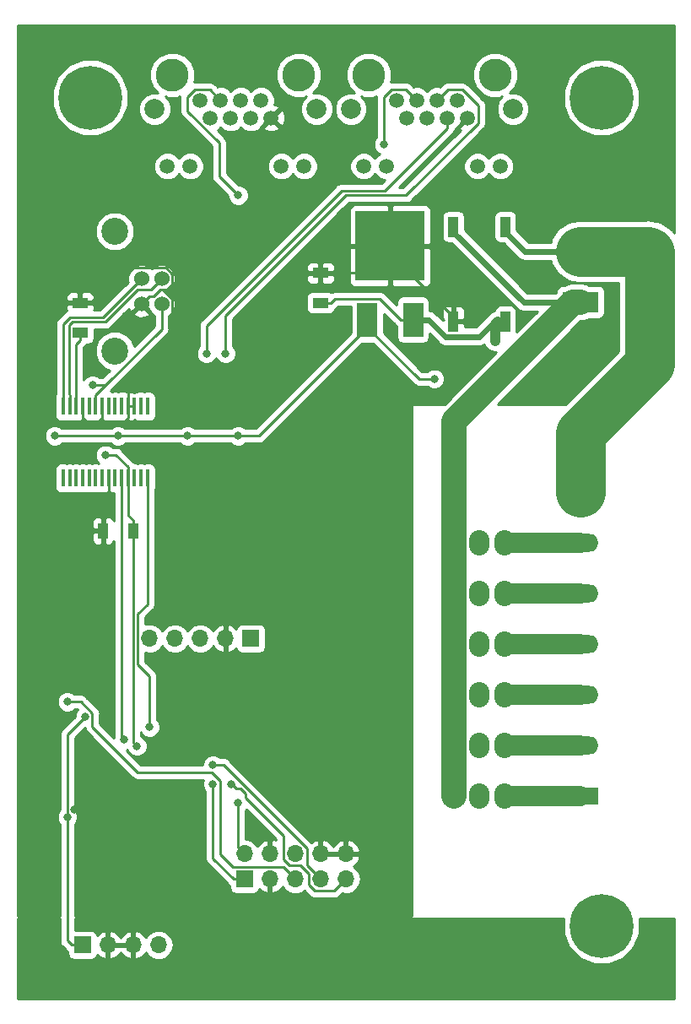
<source format=gbr>
G04 #@! TF.GenerationSoftware,KiCad,Pcbnew,(5.0.2)-1*
G04 #@! TF.CreationDate,2019-01-28T20:15:30+01:00*
G04 #@! TF.ProjectId,plyta_glowna,706c7974-615f-4676-9c6f-776e612e6b69,rev?*
G04 #@! TF.SameCoordinates,Original*
G04 #@! TF.FileFunction,Copper,L2,Bot*
G04 #@! TF.FilePolarity,Positive*
%FSLAX46Y46*%
G04 Gerber Fmt 4.6, Leading zero omitted, Abs format (unit mm)*
G04 Created by KiCad (PCBNEW (5.0.2)-1) date 2019-01-28 20:15:30*
%MOMM*%
%LPD*%
G01*
G04 APERTURE LIST*
G04 #@! TA.AperFunction,ComponentPad*
%ADD10C,6.400000*%
G04 #@! TD*
G04 #@! TA.AperFunction,ComponentPad*
%ADD11C,0.800000*%
G04 #@! TD*
G04 #@! TA.AperFunction,SMDPad,CuDef*
%ADD12R,1.600000X1.000000*%
G04 #@! TD*
G04 #@! TA.AperFunction,SMDPad,CuDef*
%ADD13R,1.000000X1.600000*%
G04 #@! TD*
G04 #@! TA.AperFunction,SMDPad,CuDef*
%ADD14R,1.000000X2.000000*%
G04 #@! TD*
G04 #@! TA.AperFunction,ComponentPad*
%ADD15C,1.524000*%
G04 #@! TD*
G04 #@! TA.AperFunction,ComponentPad*
%ADD16C,2.700020*%
G04 #@! TD*
G04 #@! TA.AperFunction,ComponentPad*
%ADD17C,2.000000*%
G04 #@! TD*
G04 #@! TA.AperFunction,ComponentPad*
%ADD18C,3.300000*%
G04 #@! TD*
G04 #@! TA.AperFunction,ComponentPad*
%ADD19C,1.501140*%
G04 #@! TD*
G04 #@! TA.AperFunction,ComponentPad*
%ADD20O,1.700000X1.700000*%
G04 #@! TD*
G04 #@! TA.AperFunction,ComponentPad*
%ADD21R,1.700000X1.700000*%
G04 #@! TD*
G04 #@! TA.AperFunction,ComponentPad*
%ADD22O,3.600000X1.800000*%
G04 #@! TD*
G04 #@! TA.AperFunction,ComponentPad*
%ADD23R,3.600000X1.800000*%
G04 #@! TD*
G04 #@! TA.AperFunction,ComponentPad*
%ADD24O,3.600000X2.080000*%
G04 #@! TD*
G04 #@! TA.AperFunction,ComponentPad*
%ADD25R,3.600000X2.080000*%
G04 #@! TD*
G04 #@! TA.AperFunction,ComponentPad*
%ADD26O,2.032000X2.540000*%
G04 #@! TD*
G04 #@! TA.AperFunction,SMDPad,CuDef*
%ADD27R,7.000000X7.000000*%
G04 #@! TD*
G04 #@! TA.AperFunction,SMDPad,CuDef*
%ADD28R,2.000000X3.500000*%
G04 #@! TD*
G04 #@! TA.AperFunction,SMDPad,CuDef*
%ADD29R,0.450000X1.750000*%
G04 #@! TD*
G04 #@! TA.AperFunction,ViaPad*
%ADD30C,0.800000*%
G04 #@! TD*
G04 #@! TA.AperFunction,Conductor*
%ADD31C,0.250000*%
G04 #@! TD*
G04 #@! TA.AperFunction,Conductor*
%ADD32C,0.600000*%
G04 #@! TD*
G04 #@! TA.AperFunction,Conductor*
%ADD33C,5.000000*%
G04 #@! TD*
G04 #@! TA.AperFunction,Conductor*
%ADD34C,2.000000*%
G04 #@! TD*
G04 #@! TA.AperFunction,Conductor*
%ADD35C,2.500000*%
G04 #@! TD*
G04 #@! TA.AperFunction,Conductor*
%ADD36C,1.000000*%
G04 #@! TD*
G04 #@! TA.AperFunction,Conductor*
%ADD37C,0.254000*%
G04 #@! TD*
G04 APERTURE END LIST*
D10*
G04 #@! TO.P,REF\002A\002A,1*
G04 #@! TO.N,N/C*
X94234000Y-115824000D03*
D11*
X96634000Y-115824000D03*
X95931056Y-117521056D03*
X94234000Y-118224000D03*
X92536944Y-117521056D03*
X91834000Y-115824000D03*
X92536944Y-114126944D03*
X94234000Y-113424000D03*
X95931056Y-114126944D03*
G04 #@! TD*
G04 #@! TO.P,REF\002A\002A,1*
G04 #@! TO.N,N/C*
X95931056Y-31068944D03*
X94234000Y-30366000D03*
X92536944Y-31068944D03*
X91834000Y-32766000D03*
X92536944Y-34463056D03*
X94234000Y-35166000D03*
X95931056Y-34463056D03*
X96634000Y-32766000D03*
D10*
X94234000Y-32766000D03*
G04 #@! TD*
D12*
G04 #@! TO.P,C2,2*
G04 #@! TO.N,+12P*
X66040000Y-53340000D03*
G04 #@! TO.P,C2,1*
G04 #@! TO.N,GND*
X66040000Y-50340000D03*
G04 #@! TD*
D13*
G04 #@! TO.P,C5,2*
G04 #@! TO.N,+5V*
X47220000Y-76200000D03*
G04 #@! TO.P,C5,1*
G04 #@! TO.N,GND*
X44220000Y-76200000D03*
G04 #@! TD*
D12*
G04 #@! TO.P,C6,1*
G04 #@! TO.N,Net-(C6-Pad1)*
X41910000Y-56340000D03*
G04 #@! TO.P,C6,2*
G04 #@! TO.N,GND*
X41910000Y-53340000D03*
G04 #@! TD*
D14*
G04 #@! TO.P,D2,1*
G04 #@! TO.N,+12P*
X84585320Y-55206240D03*
G04 #@! TO.P,D2,2*
G04 #@! TO.N,GND*
X79385320Y-55206240D03*
G04 #@! TO.P,D2,4*
G04 #@! TO.N,+12V*
X84585320Y-45706240D03*
G04 #@! TO.P,D2,3*
G04 #@! TO.N,GNDA*
X79385320Y-45706240D03*
G04 #@! TD*
D15*
G04 #@! TO.P,J1,2*
G04 #@! TO.N,Net-(J1-Pad2)*
X50094680Y-50893760D03*
G04 #@! TO.P,J1,1*
G04 #@! TO.N,+5V*
X50094680Y-53433760D03*
G04 #@! TO.P,J1,4*
G04 #@! TO.N,GND*
X48095700Y-53433760D03*
G04 #@! TO.P,J1,3*
G04 #@! TO.N,Net-(J1-Pad3)*
X48095700Y-50893760D03*
D16*
G04 #@! TO.P,J1,5*
G04 #@! TO.N,Net-(J1-Pad5)*
X45395680Y-46164280D03*
X45395680Y-58163240D03*
G04 #@! TD*
D17*
G04 #@! TO.P,J2,*
G04 #@! TO.N,*
X69088000Y-33909000D03*
D18*
X83566000Y-30480000D03*
X70866000Y-30480000D03*
D19*
G04 #@! TO.P,J2,1*
G04 #@! TO.N,+12P*
X73660000Y-33020000D03*
G04 #@! TO.P,J2,7*
G04 #@! TO.N,N/C*
X79756000Y-33020000D03*
G04 #@! TO.P,J2,3*
G04 #@! TO.N,Net-(J2-Pad3)*
X75692000Y-33020000D03*
G04 #@! TO.P,J2,5*
G04 #@! TO.N,Net-(J2-Pad5)*
X77724000Y-33020000D03*
G04 #@! TO.P,J2,2*
G04 #@! TO.N,N/C*
X74676000Y-34798000D03*
G04 #@! TO.P,J2,4*
G04 #@! TO.N,Net-(J2-Pad4)*
X76708000Y-34798000D03*
G04 #@! TO.P,J2,6*
G04 #@! TO.N,Net-(J2-Pad6)*
X78740000Y-34798000D03*
G04 #@! TO.P,J2,8*
G04 #@! TO.N,GND*
X80772000Y-34798000D03*
G04 #@! TO.P,J2,12*
G04 #@! TO.N,N/C*
X84074000Y-39624000D03*
G04 #@! TO.P,J2,11*
X81788000Y-39624000D03*
G04 #@! TO.P,J2,10*
X72644000Y-39624000D03*
G04 #@! TO.P,J2,9*
X70358000Y-39624000D03*
D17*
G04 #@! TO.P,J2,*
G04 #@! TO.N,*
X85344000Y-33909000D03*
G04 #@! TD*
G04 #@! TO.P,J3,*
G04 #@! TO.N,*
X65659000Y-33909000D03*
D19*
G04 #@! TO.P,J3,9*
G04 #@! TO.N,N/C*
X50673000Y-39624000D03*
G04 #@! TO.P,J3,10*
X52959000Y-39624000D03*
G04 #@! TO.P,J3,11*
X62103000Y-39624000D03*
G04 #@! TO.P,J3,12*
X64389000Y-39624000D03*
G04 #@! TO.P,J3,8*
G04 #@! TO.N,GND*
X61087000Y-34798000D03*
G04 #@! TO.P,J3,6*
G04 #@! TO.N,Net-(J3-Pad6)*
X59055000Y-34798000D03*
G04 #@! TO.P,J3,4*
G04 #@! TO.N,Net-(J3-Pad4)*
X57023000Y-34798000D03*
G04 #@! TO.P,J3,2*
G04 #@! TO.N,N/C*
X54991000Y-34798000D03*
G04 #@! TO.P,J3,5*
G04 #@! TO.N,Net-(J3-Pad5)*
X58039000Y-33020000D03*
G04 #@! TO.P,J3,3*
G04 #@! TO.N,Net-(J3-Pad3)*
X56007000Y-33020000D03*
G04 #@! TO.P,J3,7*
G04 #@! TO.N,N/C*
X60071000Y-33020000D03*
G04 #@! TO.P,J3,1*
G04 #@! TO.N,+12P*
X53975000Y-33020000D03*
D18*
G04 #@! TO.P,J3,*
G04 #@! TO.N,*
X51181000Y-30480000D03*
X63881000Y-30480000D03*
D17*
X49403000Y-33909000D03*
G04 #@! TD*
D20*
G04 #@! TO.P,P1,10*
G04 #@! TO.N,GND*
X68580000Y-108585000D03*
G04 #@! TO.P,P1,9*
G04 #@! TO.N,MISO*
X68580000Y-111125000D03*
G04 #@! TO.P,P1,8*
G04 #@! TO.N,GND*
X66040000Y-108585000D03*
G04 #@! TO.P,P1,7*
G04 #@! TO.N,SCK*
X66040000Y-111125000D03*
G04 #@! TO.P,P1,6*
G04 #@! TO.N,GND*
X63500000Y-108585000D03*
G04 #@! TO.P,P1,5*
G04 #@! TO.N,RST*
X63500000Y-111125000D03*
G04 #@! TO.P,P1,4*
G04 #@! TO.N,GND*
X60960000Y-108585000D03*
G04 #@! TO.P,P1,3*
X60960000Y-111125000D03*
G04 #@! TO.P,P1,2*
G04 #@! TO.N,+5V*
X58420000Y-108585000D03*
D21*
G04 #@! TO.P,P1,1*
G04 #@! TO.N,MOSI*
X58420000Y-111125000D03*
G04 #@! TD*
D22*
G04 #@! TO.P,P2,7*
G04 #@! TO.N,+12V*
X92145320Y-72296240D03*
G04 #@! TO.P,P2,6*
G04 #@! TO.N,/mosfet_LED6*
X92145320Y-77376240D03*
G04 #@! TO.P,P2,5*
G04 #@! TO.N,/mosfet_LED5*
X92145320Y-82456240D03*
G04 #@! TO.P,P2,4*
G04 #@! TO.N,/mosfet_LED4*
X92145320Y-87536240D03*
G04 #@! TO.P,P2,3*
G04 #@! TO.N,/mosfet_LED3*
X92145320Y-92616240D03*
G04 #@! TO.P,P2,2*
G04 #@! TO.N,/mosfet_LED2*
X92145320Y-97696240D03*
D23*
G04 #@! TO.P,P2,1*
G04 #@! TO.N,/mosfet_LED1*
X92145320Y-102776240D03*
G04 #@! TD*
D24*
G04 #@! TO.P,Power1,2*
G04 #@! TO.N,+12V*
X92145320Y-48166240D03*
D25*
G04 #@! TO.P,Power1,1*
G04 #@! TO.N,GNDA*
X92145320Y-53246240D03*
G04 #@! TD*
D26*
G04 #@! TO.P,Q1,1*
G04 #@! TO.N,/mosfet_LED1*
X84525320Y-102776240D03*
G04 #@! TO.P,Q1,3*
G04 #@! TO.N,GNDA*
X79445320Y-102776240D03*
G04 #@! TO.P,Q1,2*
G04 #@! TO.N,Net-(Q1-Pad2)*
X81985320Y-102776240D03*
G04 #@! TD*
G04 #@! TO.P,Q2,2*
G04 #@! TO.N,Net-(Q2-Pad2)*
X81985320Y-97696240D03*
G04 #@! TO.P,Q2,3*
G04 #@! TO.N,GNDA*
X79445320Y-97696240D03*
G04 #@! TO.P,Q2,1*
G04 #@! TO.N,/mosfet_LED2*
X84525320Y-97696240D03*
G04 #@! TD*
G04 #@! TO.P,Q3,2*
G04 #@! TO.N,Net-(Q3-Pad2)*
X81985320Y-92616240D03*
G04 #@! TO.P,Q3,3*
G04 #@! TO.N,GNDA*
X79445320Y-92616240D03*
G04 #@! TO.P,Q3,1*
G04 #@! TO.N,/mosfet_LED3*
X84525320Y-92616240D03*
G04 #@! TD*
G04 #@! TO.P,Q4,2*
G04 #@! TO.N,Net-(Q4-Pad2)*
X81985320Y-87536240D03*
G04 #@! TO.P,Q4,3*
G04 #@! TO.N,GNDA*
X79445320Y-87536240D03*
G04 #@! TO.P,Q4,1*
G04 #@! TO.N,/mosfet_LED4*
X84525320Y-87536240D03*
G04 #@! TD*
G04 #@! TO.P,Q5,1*
G04 #@! TO.N,/mosfet_LED5*
X84525320Y-82456240D03*
G04 #@! TO.P,Q5,3*
G04 #@! TO.N,GNDA*
X79445320Y-82456240D03*
G04 #@! TO.P,Q5,2*
G04 #@! TO.N,Net-(Q5-Pad2)*
X81985320Y-82456240D03*
G04 #@! TD*
G04 #@! TO.P,Q6,1*
G04 #@! TO.N,/mosfet_LED6*
X84525320Y-77376240D03*
G04 #@! TO.P,Q6,3*
G04 #@! TO.N,GNDA*
X79445320Y-77376240D03*
G04 #@! TO.P,Q6,2*
G04 #@! TO.N,Net-(Q6-Pad2)*
X81985320Y-77376240D03*
G04 #@! TD*
D27*
G04 #@! TO.P,U1,2*
G04 #@! TO.N,GND*
X73025000Y-47625000D03*
D28*
G04 #@! TO.P,U1,3*
G04 #@! TO.N,+5V*
X70745000Y-55025000D03*
G04 #@! TO.P,U1,1*
G04 #@! TO.N,+12P*
X75325000Y-55025000D03*
G04 #@! TD*
D29*
G04 #@! TO.P,U3,28*
G04 #@! TO.N,N/C*
X48675000Y-63710000D03*
G04 #@! TO.P,U3,27*
X48025000Y-63710000D03*
G04 #@! TO.P,U3,26*
G04 #@! TO.N,GND*
X47375000Y-63710000D03*
G04 #@! TO.P,U3,25*
X46725000Y-63710000D03*
G04 #@! TO.P,U3,24*
G04 #@! TO.N,N/C*
X46075000Y-63710000D03*
G04 #@! TO.P,U3,23*
X45425000Y-63710000D03*
G04 #@! TO.P,U3,22*
X44775000Y-63710000D03*
G04 #@! TO.P,U3,21*
G04 #@! TO.N,GND*
X44125000Y-63710000D03*
G04 #@! TO.P,U3,20*
G04 #@! TO.N,+5V*
X43475000Y-63710000D03*
G04 #@! TO.P,U3,19*
G04 #@! TO.N,N/C*
X42825000Y-63710000D03*
G04 #@! TO.P,U3,18*
G04 #@! TO.N,GND*
X42175000Y-63710000D03*
G04 #@! TO.P,U3,17*
G04 #@! TO.N,Net-(C6-Pad1)*
X41525000Y-63710000D03*
G04 #@! TO.P,U3,16*
G04 #@! TO.N,Net-(J1-Pad2)*
X40875000Y-63710000D03*
G04 #@! TO.P,U3,15*
G04 #@! TO.N,Net-(J1-Pad3)*
X40225000Y-63710000D03*
G04 #@! TO.P,U3,14*
G04 #@! TO.N,N/C*
X40225000Y-70910000D03*
G04 #@! TO.P,U3,13*
X40875000Y-70910000D03*
G04 #@! TO.P,U3,12*
X41525000Y-70910000D03*
G04 #@! TO.P,U3,11*
X42175000Y-70910000D03*
G04 #@! TO.P,U3,10*
X42825000Y-70910000D03*
G04 #@! TO.P,U3,9*
X43475000Y-70910000D03*
G04 #@! TO.P,U3,8*
X44125000Y-70910000D03*
G04 #@! TO.P,U3,7*
G04 #@! TO.N,GND*
X44775000Y-70910000D03*
G04 #@! TO.P,U3,6*
G04 #@! TO.N,N/C*
X45425000Y-70910000D03*
G04 #@! TO.P,U3,5*
G04 #@! TO.N,RXD*
X46075000Y-70910000D03*
G04 #@! TO.P,U3,4*
G04 #@! TO.N,+5V*
X46725000Y-70910000D03*
G04 #@! TO.P,U3,3*
G04 #@! TO.N,N/C*
X47375000Y-70910000D03*
G04 #@! TO.P,U3,2*
X48025000Y-70910000D03*
G04 #@! TO.P,U3,1*
G04 #@! TO.N,TXD*
X48675000Y-70910000D03*
G04 #@! TD*
D20*
G04 #@! TO.P,+5  SDA SCL GND  O_PWR,4*
G04 #@! TO.N,/SDA*
X51435000Y-86995000D03*
G04 #@! TO.P,+5  SDA SCL GND  O_PWR,3*
G04 #@! TO.N,/SCL*
X53975000Y-86995000D03*
G04 #@! TO.P,+5  SDA SCL GND  O_PWR,2*
G04 #@! TO.N,GND*
X56515000Y-86995000D03*
D21*
G04 #@! TO.P,+5  SDA SCL GND  O_PWR,1*
G04 #@! TO.N,/OLED_PWR*
X59055000Y-86995000D03*
G04 #@! TD*
D20*
G04 #@! TO.P,P3,4*
G04 #@! TO.N,+12P*
X49784000Y-117729000D03*
G04 #@! TO.P,P3,3*
G04 #@! TO.N,GND*
X47244000Y-117729000D03*
G04 #@! TO.P,P3,2*
X44704000Y-117729000D03*
D21*
G04 #@! TO.P,P3,1*
G04 #@! TO.N,+5V*
X42164000Y-117729000D03*
G04 #@! TD*
D20*
G04 #@! TO.P,P4,5*
G04 #@! TO.N,+5V*
X48895000Y-86995000D03*
G04 #@! TO.P,P4,4*
G04 #@! TO.N,/SDA*
X51435000Y-86995000D03*
G04 #@! TO.P,P4,3*
G04 #@! TO.N,/SCL*
X53975000Y-86995000D03*
G04 #@! TO.P,P4,2*
G04 #@! TO.N,GND*
X56515000Y-86995000D03*
D21*
G04 #@! TO.P,P4,1*
G04 #@! TO.N,/OLED_PWR*
X59055000Y-86995000D03*
G04 #@! TD*
D10*
G04 #@! TO.P,REF\002A\002A,1*
G04 #@! TO.N,N/C*
X42926000Y-32766000D03*
D11*
X45326000Y-32766000D03*
X44623056Y-34463056D03*
X42926000Y-35166000D03*
X41228944Y-34463056D03*
X40526000Y-32766000D03*
X41228944Y-31068944D03*
X42926000Y-30366000D03*
X44623056Y-31068944D03*
G04 #@! TD*
D30*
G04 #@! TO.N,GND*
X73025000Y-45085000D03*
X75565000Y-47625000D03*
X70485000Y-45085000D03*
X75565000Y-45085000D03*
X75565000Y-49530000D03*
X73025000Y-49530000D03*
X73025000Y-47625000D03*
X70485000Y-49530000D03*
X70485000Y-49530000D03*
X41365010Y-104147975D03*
G04 #@! TO.N,+5V*
X77470000Y-60960000D03*
X52705000Y-66675000D03*
X57785000Y-66675000D03*
X45720000Y-66675000D03*
X39370000Y-66675000D03*
X57785000Y-103505000D03*
X47625000Y-97790000D03*
X43180000Y-61595000D03*
X44450000Y-68580000D03*
X40640000Y-104902000D03*
X42418000Y-94869000D03*
G04 #@! TO.N,RST*
X40640000Y-93345000D03*
G04 #@! TO.N,Net-(J2-Pad3)*
X72390000Y-37465000D03*
G04 #@! TO.N,Net-(J2-Pad5)*
X56515000Y-58420000D03*
G04 #@! TO.N,Net-(J2-Pad6)*
X54610000Y-58420000D03*
G04 #@! TO.N,Net-(J3-Pad3)*
X57785000Y-42545000D03*
G04 #@! TO.N,MISO*
X57059990Y-101600000D03*
G04 #@! TO.N,SCK*
X55245000Y-99695000D03*
G04 #@! TO.N,MOSI*
X55245000Y-101600000D03*
G04 #@! TO.N,RXD*
X46355000Y-97155000D03*
G04 #@! TO.N,TXD*
X48895000Y-95885000D03*
G04 #@! TO.N,+12P*
X83566000Y-57150000D03*
G04 #@! TD*
D31*
G04 #@! TO.N,GND*
X44125000Y-64835000D02*
X43555000Y-65405000D01*
X44125000Y-63710000D02*
X44125000Y-64835000D01*
X42175000Y-64835000D02*
X42175000Y-63710000D01*
X42745000Y-65405000D02*
X42175000Y-64835000D01*
X43555000Y-65405000D02*
X42745000Y-65405000D01*
X47375000Y-63710000D02*
X46725000Y-63710000D01*
X46725000Y-64835000D02*
X46155000Y-65405000D01*
X46725000Y-63710000D02*
X46725000Y-64835000D01*
X46155000Y-65405000D02*
X45085000Y-65405000D01*
X45085000Y-65405000D02*
X43555000Y-65405000D01*
X73025000Y-48345920D02*
X73025000Y-47625000D01*
X79385320Y-54706240D02*
X73025000Y-48345920D01*
X79385320Y-55206240D02*
X79385320Y-54706240D01*
X70310000Y-50340000D02*
X70485000Y-49530000D01*
X66040000Y-50340000D02*
X70310000Y-50340000D01*
X44775000Y-74595000D02*
X44775000Y-70910000D01*
X44220000Y-75150000D02*
X44775000Y-74595000D01*
X44220000Y-76200000D02*
X44220000Y-75150000D01*
X42960000Y-53340000D02*
X41910000Y-53340000D01*
X46493241Y-49806759D02*
X42960000Y-53340000D01*
X71120000Y-49530000D02*
X73025000Y-47625000D01*
X70485000Y-49530000D02*
X71120000Y-49530000D01*
X46725000Y-61225000D02*
X46725000Y-63710000D01*
X51181681Y-56768319D02*
X46725000Y-61225000D01*
X48095700Y-53433760D02*
X48857699Y-52671761D01*
X48857699Y-52671761D02*
X49247917Y-52671761D01*
X49247917Y-52671761D02*
X49938917Y-51980761D01*
X49938917Y-51980761D02*
X50250443Y-51980761D01*
X50250443Y-51980761D02*
X51181681Y-52911999D01*
X51181681Y-52911999D02*
X51181681Y-56768319D01*
X51181681Y-50442440D02*
X50546000Y-49806759D01*
X51181681Y-51415521D02*
X51181681Y-50442440D01*
X50616441Y-51980761D02*
X51181681Y-51415521D01*
X50250443Y-51980761D02*
X50616441Y-51980761D01*
X50616441Y-49806759D02*
X50546000Y-49806759D01*
X50546000Y-49806759D02*
X46493241Y-49806759D01*
X46041919Y-117729000D02*
X44704000Y-117729000D01*
X47244000Y-117729000D02*
X46041919Y-117729000D01*
G04 #@! TO.N,+5V*
X46725000Y-74655000D02*
X46725000Y-70910000D01*
X47220000Y-75150000D02*
X46725000Y-74655000D01*
X47220000Y-76200000D02*
X47220000Y-75150000D01*
X50094680Y-54511390D02*
X50094680Y-53433760D01*
X50094680Y-55965320D02*
X50094680Y-54511390D01*
X43475000Y-63710000D02*
X43475000Y-62585000D01*
X75930000Y-60960000D02*
X77470000Y-60960000D01*
X70745000Y-55775000D02*
X75930000Y-60960000D01*
X52705000Y-66675000D02*
X57785000Y-66675000D01*
X52705000Y-66675000D02*
X45720000Y-66675000D01*
X39370000Y-66675000D02*
X43815000Y-66675000D01*
X43815000Y-66675000D02*
X45720000Y-66675000D01*
X70745000Y-55775000D02*
X70745000Y-55025000D01*
X59845000Y-66675000D02*
X70745000Y-55775000D01*
X57785000Y-66675000D02*
X59845000Y-66675000D01*
X57785000Y-107950000D02*
X58420000Y-108585000D01*
X57785000Y-103505000D02*
X57785000Y-107950000D01*
X47220000Y-76200000D02*
X47220000Y-97385000D01*
X47220000Y-97385000D02*
X47625000Y-97790000D01*
X44435000Y-61595000D02*
X44450000Y-61610000D01*
X43180000Y-61595000D02*
X44435000Y-61595000D01*
X43475000Y-62585000D02*
X44450000Y-61610000D01*
X44450000Y-61610000D02*
X50094680Y-55965320D01*
X45520000Y-68580000D02*
X44450000Y-68580000D01*
X46725000Y-70910000D02*
X46725000Y-69785000D01*
X46725000Y-69785000D02*
X45520000Y-68580000D01*
X41064000Y-117729000D02*
X42164000Y-117729000D01*
X40640000Y-117305000D02*
X41064000Y-117729000D01*
X40640000Y-104902000D02*
X40640000Y-117305000D01*
X40640000Y-96647000D02*
X42418000Y-94869000D01*
X40640000Y-104902000D02*
X40640000Y-96647000D01*
G04 #@! TO.N,+12P*
X74075000Y-55025000D02*
X75325000Y-55025000D01*
X71999999Y-52949999D02*
X74075000Y-55025000D01*
X67480001Y-52949999D02*
X71999999Y-52949999D01*
X67090000Y-53340000D02*
X67480001Y-52949999D01*
X66040000Y-53340000D02*
X67090000Y-53340000D01*
D32*
X76925000Y-55025000D02*
X75325000Y-55025000D01*
X78606241Y-56706241D02*
X76925000Y-55025000D01*
X81985319Y-56706241D02*
X78606241Y-56706241D01*
X83485320Y-55206240D02*
X81985319Y-56706241D01*
X84585320Y-55206240D02*
X83485320Y-55206240D01*
D31*
G04 #@! TO.N,Net-(C6-Pad1)*
X41525000Y-57475000D02*
X41525000Y-63710000D01*
X41910000Y-57090000D02*
X41525000Y-57475000D01*
X41910000Y-56340000D02*
X41910000Y-57090000D01*
G04 #@! TO.N,RST*
X57244999Y-109949999D02*
X55970001Y-108675001D01*
X55970001Y-108675001D02*
X55970001Y-101251999D01*
X63500000Y-111125000D02*
X62324999Y-109949999D01*
X62324999Y-109949999D02*
X57244999Y-109949999D01*
X55970001Y-101251999D02*
X55138004Y-100420002D01*
X41205685Y-93345000D02*
X40640000Y-93345000D01*
X41967004Y-93345000D02*
X41205685Y-93345000D01*
X43143002Y-94520998D02*
X41967004Y-93345000D01*
X43143002Y-95848002D02*
X43143002Y-94520998D01*
X47715002Y-100420002D02*
X43143002Y-95848002D01*
X55138004Y-100420002D02*
X47715002Y-100420002D01*
D32*
G04 #@! TO.N,+12V*
X84585320Y-46206240D02*
X84585320Y-45706240D01*
X86545320Y-48166240D02*
X84585320Y-46206240D01*
X92145320Y-48166240D02*
X86545320Y-48166240D01*
D33*
X92145320Y-66396240D02*
X92145320Y-72296240D01*
X99060000Y-59481560D02*
X92145320Y-66396240D01*
X99060000Y-48280920D02*
X99060000Y-59481560D01*
X92145320Y-48166240D02*
X98945320Y-48166240D01*
X98945320Y-48166240D02*
X99060000Y-48280920D01*
D31*
G04 #@! TO.N,Net-(J1-Pad2)*
X40784999Y-55579999D02*
X41119998Y-55245000D01*
X40784999Y-62494999D02*
X40784999Y-55579999D01*
X40875000Y-62585000D02*
X40784999Y-62494999D01*
X40875000Y-63710000D02*
X40875000Y-62585000D01*
X41119998Y-55245000D02*
X44450000Y-55245000D01*
X47714239Y-51980761D02*
X49007679Y-51980761D01*
X44450000Y-55245000D02*
X47714239Y-51980761D01*
X49007679Y-51980761D02*
X50094680Y-50893760D01*
G04 #@! TO.N,Net-(J1-Pad3)*
X40225000Y-55503587D02*
X40225000Y-63710000D01*
X40933598Y-54794989D02*
X40225000Y-55503587D01*
X44194471Y-54794989D02*
X40933598Y-54794989D01*
X48095700Y-50893760D02*
X44194471Y-54794989D01*
G04 #@! TO.N,Net-(J2-Pad3)*
X74616429Y-31944429D02*
X75692000Y-33020000D01*
X73143725Y-31944429D02*
X74616429Y-31944429D01*
X72390000Y-32698154D02*
X73143725Y-31944429D01*
X72390000Y-37465000D02*
X72390000Y-32698154D01*
G04 #@! TO.N,Net-(J2-Pad5)*
X81847571Y-35314275D02*
X74616846Y-42545000D01*
X81847571Y-33519725D02*
X81847571Y-35314275D01*
X80272275Y-31944429D02*
X81847571Y-33519725D01*
X78799571Y-31944429D02*
X80272275Y-31944429D01*
X77724000Y-33020000D02*
X78799571Y-31944429D01*
X74616846Y-42545000D02*
X68580000Y-42545000D01*
X68580000Y-42545000D02*
X56515000Y-54610000D01*
X56515000Y-54610000D02*
X56515000Y-58420000D01*
G04 #@! TO.N,Net-(J2-Pad6)*
X78740000Y-35859466D02*
X78740000Y-34798000D01*
X72504477Y-42094989D02*
X78740000Y-35859466D01*
X68141011Y-42094989D02*
X68580000Y-42094989D01*
X54610000Y-55626000D02*
X68141011Y-42094989D01*
X54610000Y-58420000D02*
X54610000Y-55626000D01*
X72504477Y-42094989D02*
X68580000Y-42094989D01*
X68580000Y-42094989D02*
X68393600Y-42094989D01*
G04 #@! TO.N,Net-(J3-Pad3)*
X53458725Y-31944429D02*
X52705000Y-32698154D01*
X56007000Y-33020000D02*
X54931429Y-31944429D01*
X54931429Y-31944429D02*
X53458725Y-31944429D01*
X52705000Y-34103846D02*
X55880000Y-37278846D01*
X52705000Y-32698154D02*
X52705000Y-34103846D01*
X55880000Y-37278846D02*
X55880000Y-40640000D01*
X55880000Y-40640000D02*
X57785000Y-42545000D01*
G04 #@! TO.N,MISO*
X68580000Y-111125000D02*
X67404999Y-112300001D01*
X65475999Y-112300001D02*
X64864999Y-111689001D01*
X64864999Y-111689001D02*
X64864999Y-110586409D01*
X64864999Y-110586409D02*
X64038591Y-109760001D01*
X64038591Y-109760001D02*
X62935999Y-109760001D01*
X62935999Y-109760001D02*
X62324999Y-109149001D01*
X62324999Y-109149001D02*
X62324999Y-106774999D01*
X62324999Y-106774999D02*
X58510001Y-102960001D01*
X58510001Y-102960001D02*
X58510001Y-102521999D01*
X58510001Y-102521999D02*
X57988001Y-101999999D01*
X57988001Y-101999999D02*
X57549999Y-101999999D01*
X67404999Y-112300001D02*
X65475999Y-112300001D01*
X57150000Y-101600000D02*
X57059990Y-101600000D01*
X57549999Y-101999999D02*
X57150000Y-101600000D01*
G04 #@! TO.N,SCK*
X56349002Y-99695000D02*
X55245000Y-99695000D01*
X64675001Y-108020999D02*
X56349002Y-99695000D01*
X64675001Y-109760001D02*
X64675001Y-108020999D01*
X66040000Y-111125000D02*
X64675001Y-109760001D01*
G04 #@! TO.N,MOSI*
X55245000Y-109050000D02*
X55245000Y-101600000D01*
X58420000Y-111125000D02*
X57320000Y-111125000D01*
X57320000Y-111125000D02*
X55245000Y-109050000D01*
D34*
G04 #@! TO.N,/mosfet_LED6*
X84525320Y-77376240D02*
X92145320Y-77376240D01*
G04 #@! TO.N,/mosfet_LED5*
X84525320Y-82456240D02*
X92145320Y-82456240D01*
G04 #@! TO.N,/mosfet_LED4*
X84525320Y-87536240D02*
X92145320Y-87536240D01*
G04 #@! TO.N,/mosfet_LED3*
X84525320Y-92616240D02*
X92145320Y-92616240D01*
G04 #@! TO.N,/mosfet_LED2*
X84525320Y-97696240D02*
X92145320Y-97696240D01*
G04 #@! TO.N,/mosfet_LED1*
X84525320Y-102776240D02*
X92145320Y-102776240D01*
D31*
G04 #@! TO.N,RXD*
X46075000Y-96875000D02*
X46355000Y-97155000D01*
X46075000Y-70910000D02*
X46075000Y-96875000D01*
G04 #@! TO.N,TXD*
X48895000Y-95885000D02*
X48895000Y-90805000D01*
X47719999Y-84521001D02*
X48675000Y-83566000D01*
X47719999Y-89629999D02*
X47719999Y-84521001D01*
X48895000Y-90805000D02*
X47719999Y-89629999D01*
X48675000Y-70910000D02*
X48675000Y-83566000D01*
D32*
G04 #@! TO.N,GNDA*
X79385320Y-46206240D02*
X79385320Y-45706240D01*
X86425320Y-53246240D02*
X79385320Y-46206240D01*
X92145320Y-53246240D02*
X86425320Y-53246240D01*
D35*
X79445320Y-102776240D02*
X79445320Y-97696240D01*
X79445320Y-97696240D02*
X79445320Y-92616240D01*
X79445320Y-92616240D02*
X79445320Y-77376240D01*
X91385320Y-53246240D02*
X92145320Y-53246240D01*
X79445320Y-65186240D02*
X91385320Y-53246240D01*
X79445320Y-77376240D02*
X79445320Y-65186240D01*
D31*
G04 #@! TO.N,+12P*
X83835320Y-55206240D02*
X84585320Y-55206240D01*
D36*
X83566000Y-55475560D02*
X83835320Y-55206240D01*
X83566000Y-57150000D02*
X83566000Y-55475560D01*
G04 #@! TD*
D37*
G04 #@! TO.N,GND*
G36*
X101500001Y-46289789D02*
X101320209Y-46020711D01*
X101251463Y-45974777D01*
X101205529Y-45906031D01*
X100168536Y-45213135D01*
X99254089Y-45031240D01*
X99254088Y-45031240D01*
X98945320Y-44969822D01*
X98636552Y-45031240D01*
X91836551Y-45031240D01*
X90922104Y-45213135D01*
X89885111Y-45906031D01*
X89192215Y-46943024D01*
X89134885Y-47231240D01*
X86932609Y-47231240D01*
X85732760Y-46031391D01*
X85732760Y-44706240D01*
X85683477Y-44458475D01*
X85543129Y-44248431D01*
X85333085Y-44108083D01*
X85085320Y-44058800D01*
X84085320Y-44058800D01*
X83837555Y-44108083D01*
X83627511Y-44248431D01*
X83487163Y-44458475D01*
X83437880Y-44706240D01*
X83437880Y-46706240D01*
X83487163Y-46954005D01*
X83627511Y-47164049D01*
X83837555Y-47304397D01*
X84085320Y-47353680D01*
X84410471Y-47353680D01*
X85819059Y-48762268D01*
X85871223Y-48840337D01*
X86180501Y-49046990D01*
X86545320Y-49119557D01*
X86637406Y-49101240D01*
X89134885Y-49101240D01*
X89192215Y-49389456D01*
X89885111Y-50426449D01*
X90922104Y-51119345D01*
X91836551Y-51301240D01*
X95925000Y-51301240D01*
X95925001Y-58182999D01*
X90608001Y-63500000D01*
X83797352Y-63500000D01*
X92166113Y-55131240D01*
X92330975Y-55131240D01*
X92880810Y-55021871D01*
X93012797Y-54933680D01*
X93945320Y-54933680D01*
X94193085Y-54884397D01*
X94403129Y-54744049D01*
X94543477Y-54534005D01*
X94592760Y-54286240D01*
X94592760Y-52206240D01*
X94543477Y-51958475D01*
X94403129Y-51748431D01*
X94193085Y-51608083D01*
X93945320Y-51558800D01*
X93012797Y-51558800D01*
X92880810Y-51470609D01*
X92330975Y-51361240D01*
X91570973Y-51361240D01*
X91385320Y-51324311D01*
X91199666Y-51361240D01*
X91199665Y-51361240D01*
X90649830Y-51470609D01*
X90517843Y-51558800D01*
X90345320Y-51558800D01*
X90097555Y-51608083D01*
X89887511Y-51748431D01*
X89747163Y-51958475D01*
X89697880Y-52206240D01*
X89697880Y-52267887D01*
X89654527Y-52311240D01*
X86812610Y-52311240D01*
X80532760Y-46031391D01*
X80532760Y-44706240D01*
X80483477Y-44458475D01*
X80343129Y-44248431D01*
X80133085Y-44108083D01*
X79885320Y-44058800D01*
X78885320Y-44058800D01*
X78637555Y-44108083D01*
X78427511Y-44248431D01*
X78287163Y-44458475D01*
X78237880Y-44706240D01*
X78237880Y-46706240D01*
X78287163Y-46954005D01*
X78427511Y-47164049D01*
X78637555Y-47304397D01*
X78885320Y-47353680D01*
X79210471Y-47353680D01*
X85699061Y-53842271D01*
X85751223Y-53920337D01*
X86060501Y-54126990D01*
X86333234Y-54181240D01*
X86333238Y-54181240D01*
X86425319Y-54199556D01*
X86517400Y-54181240D01*
X87784527Y-54181240D01*
X85726114Y-56239654D01*
X85732760Y-56206240D01*
X85732760Y-54206240D01*
X85683477Y-53958475D01*
X85543129Y-53748431D01*
X85333085Y-53608083D01*
X85085320Y-53558800D01*
X84085320Y-53558800D01*
X83837555Y-53608083D01*
X83627511Y-53748431D01*
X83487163Y-53958475D01*
X83454071Y-54124840D01*
X83392466Y-54137094D01*
X83111797Y-54324632D01*
X83091684Y-54344745D01*
X82811223Y-54532143D01*
X82759061Y-54610209D01*
X81598030Y-55771241D01*
X80520320Y-55771241D01*
X80520320Y-55491990D01*
X80361570Y-55333240D01*
X79512320Y-55333240D01*
X79512320Y-55353240D01*
X79258320Y-55353240D01*
X79258320Y-55333240D01*
X79238320Y-55333240D01*
X79238320Y-55079240D01*
X79258320Y-55079240D01*
X79258320Y-53729990D01*
X79512320Y-53729990D01*
X79512320Y-55079240D01*
X80361570Y-55079240D01*
X80520320Y-54920490D01*
X80520320Y-54079931D01*
X80423647Y-53846542D01*
X80245019Y-53667913D01*
X80011630Y-53571240D01*
X79671070Y-53571240D01*
X79512320Y-53729990D01*
X79258320Y-53729990D01*
X79099570Y-53571240D01*
X78759010Y-53571240D01*
X78525621Y-53667913D01*
X78346993Y-53846542D01*
X78250320Y-54079931D01*
X78250320Y-54920490D01*
X78409068Y-55079238D01*
X78301528Y-55079238D01*
X77651261Y-54428972D01*
X77599097Y-54350903D01*
X77289819Y-54144250D01*
X77017086Y-54090000D01*
X76972440Y-54081119D01*
X76972440Y-53275000D01*
X76923157Y-53027235D01*
X76782809Y-52817191D01*
X76572765Y-52676843D01*
X76325000Y-52627560D01*
X74325000Y-52627560D01*
X74077235Y-52676843D01*
X73867191Y-52817191D01*
X73726843Y-53027235D01*
X73677560Y-53275000D01*
X73677560Y-53552758D01*
X72590330Y-52465529D01*
X72547928Y-52402070D01*
X72296536Y-52234095D01*
X72074851Y-52189999D01*
X72074846Y-52189999D01*
X71999999Y-52175111D01*
X71925152Y-52189999D01*
X67554849Y-52189999D01*
X67480001Y-52175111D01*
X67405153Y-52189999D01*
X67405149Y-52189999D01*
X67231606Y-52224519D01*
X67183463Y-52234095D01*
X67129816Y-52269941D01*
X67087765Y-52241843D01*
X66840000Y-52192560D01*
X65240000Y-52192560D01*
X64992235Y-52241843D01*
X64782191Y-52382191D01*
X64641843Y-52592235D01*
X64592560Y-52840000D01*
X64592560Y-53840000D01*
X64641843Y-54087765D01*
X64782191Y-54297809D01*
X64992235Y-54438157D01*
X65240000Y-54487440D01*
X66840000Y-54487440D01*
X67087765Y-54438157D01*
X67297809Y-54297809D01*
X67438157Y-54087765D01*
X67453378Y-54011242D01*
X67637929Y-53887929D01*
X67680331Y-53824470D01*
X67794802Y-53709999D01*
X69097560Y-53709999D01*
X69097560Y-56347638D01*
X59530199Y-65915000D01*
X58488711Y-65915000D01*
X58371280Y-65797569D01*
X57990874Y-65640000D01*
X57579126Y-65640000D01*
X57198720Y-65797569D01*
X57081289Y-65915000D01*
X53408711Y-65915000D01*
X53291280Y-65797569D01*
X52910874Y-65640000D01*
X52499126Y-65640000D01*
X52118720Y-65797569D01*
X52001289Y-65915000D01*
X46423711Y-65915000D01*
X46306280Y-65797569D01*
X45925874Y-65640000D01*
X45514126Y-65640000D01*
X45133720Y-65797569D01*
X45016289Y-65915000D01*
X40073711Y-65915000D01*
X39956280Y-65797569D01*
X39575874Y-65640000D01*
X39164126Y-65640000D01*
X38783720Y-65797569D01*
X38492569Y-66088720D01*
X38335000Y-66469126D01*
X38335000Y-66880874D01*
X38492569Y-67261280D01*
X38783720Y-67552431D01*
X39164126Y-67710000D01*
X39575874Y-67710000D01*
X39956280Y-67552431D01*
X40073711Y-67435000D01*
X45016289Y-67435000D01*
X45133720Y-67552431D01*
X45514126Y-67710000D01*
X45925874Y-67710000D01*
X46306280Y-67552431D01*
X46423711Y-67435000D01*
X52001289Y-67435000D01*
X52118720Y-67552431D01*
X52499126Y-67710000D01*
X52910874Y-67710000D01*
X53291280Y-67552431D01*
X53408711Y-67435000D01*
X57081289Y-67435000D01*
X57198720Y-67552431D01*
X57579126Y-67710000D01*
X57990874Y-67710000D01*
X58371280Y-67552431D01*
X58488711Y-67435000D01*
X59770153Y-67435000D01*
X59845000Y-67449888D01*
X59919847Y-67435000D01*
X59919852Y-67435000D01*
X60141537Y-67390904D01*
X60392929Y-67222929D01*
X60435331Y-67159470D01*
X70172362Y-57422440D01*
X71317639Y-57422440D01*
X75339673Y-61444476D01*
X75382071Y-61507929D01*
X75445524Y-61550327D01*
X75445526Y-61550329D01*
X75534829Y-61609999D01*
X75633463Y-61675904D01*
X75855148Y-61720000D01*
X75855152Y-61720000D01*
X75929999Y-61734888D01*
X76004846Y-61720000D01*
X76766289Y-61720000D01*
X76883720Y-61837431D01*
X77264126Y-61995000D01*
X77675874Y-61995000D01*
X78056280Y-61837431D01*
X78347431Y-61546280D01*
X78505000Y-61165874D01*
X78505000Y-60754126D01*
X78347431Y-60373720D01*
X78056280Y-60082569D01*
X77675874Y-59925000D01*
X77264126Y-59925000D01*
X76883720Y-60082569D01*
X76766289Y-60200000D01*
X76244803Y-60200000D01*
X72392440Y-56347639D01*
X72392440Y-54417241D01*
X73484671Y-55509473D01*
X73527071Y-55572929D01*
X73677560Y-55673483D01*
X73677560Y-56775000D01*
X73726843Y-57022765D01*
X73867191Y-57232809D01*
X74077235Y-57373157D01*
X74325000Y-57422440D01*
X76325000Y-57422440D01*
X76572765Y-57373157D01*
X76782809Y-57232809D01*
X76923157Y-57022765D01*
X76972440Y-56775000D01*
X76972440Y-56394729D01*
X77879982Y-57302272D01*
X77932144Y-57380338D01*
X78241422Y-57586991D01*
X78497505Y-57637929D01*
X78606241Y-57659558D01*
X78698327Y-57641241D01*
X81893233Y-57641241D01*
X81985319Y-57659558D01*
X82077405Y-57641241D01*
X82350138Y-57586991D01*
X82478612Y-57501147D01*
X82496854Y-57592854D01*
X82747711Y-57968289D01*
X83123145Y-58219146D01*
X83566000Y-58307235D01*
X83681509Y-58284259D01*
X78465768Y-63500000D01*
X75311000Y-63500000D01*
X75262399Y-63509667D01*
X75221197Y-63537197D01*
X75193667Y-63578399D01*
X75184000Y-63627000D01*
X75184000Y-114808000D01*
X41400000Y-114808000D01*
X41400000Y-105605711D01*
X41517431Y-105488280D01*
X41675000Y-105107874D01*
X41675000Y-104696126D01*
X41517431Y-104315720D01*
X41400000Y-104198289D01*
X41400000Y-96961801D01*
X42392284Y-95969518D01*
X42427098Y-96144538D01*
X42595073Y-96395931D01*
X42658532Y-96438333D01*
X47124675Y-100904478D01*
X47167073Y-100967931D01*
X47230526Y-101010329D01*
X47230528Y-101010331D01*
X47292997Y-101052071D01*
X47418465Y-101135906D01*
X47640150Y-101180002D01*
X47640154Y-101180002D01*
X47715001Y-101194890D01*
X47789848Y-101180002D01*
X54298693Y-101180002D01*
X54210000Y-101394126D01*
X54210000Y-101805874D01*
X54367569Y-102186280D01*
X54485001Y-102303712D01*
X54485000Y-108975153D01*
X54470112Y-109050000D01*
X54485000Y-109124847D01*
X54485000Y-109124851D01*
X54529096Y-109346536D01*
X54697071Y-109597929D01*
X54760530Y-109640331D01*
X56729671Y-111609473D01*
X56772071Y-111672929D01*
X56922560Y-111773483D01*
X56922560Y-111975000D01*
X56971843Y-112222765D01*
X57112191Y-112432809D01*
X57322235Y-112573157D01*
X57570000Y-112622440D01*
X59270000Y-112622440D01*
X59517765Y-112573157D01*
X59727809Y-112432809D01*
X59868157Y-112222765D01*
X59888739Y-112119292D01*
X60193076Y-112396645D01*
X60603110Y-112566476D01*
X60833000Y-112445155D01*
X60833000Y-111252000D01*
X60813000Y-111252000D01*
X60813000Y-110998000D01*
X60833000Y-110998000D01*
X60833000Y-110978000D01*
X61087000Y-110978000D01*
X61087000Y-110998000D01*
X61107000Y-110998000D01*
X61107000Y-111252000D01*
X61087000Y-111252000D01*
X61087000Y-112445155D01*
X61316890Y-112566476D01*
X61726924Y-112396645D01*
X62155183Y-112006358D01*
X62216157Y-111876522D01*
X62429375Y-112195625D01*
X62920582Y-112523839D01*
X63353744Y-112610000D01*
X63646256Y-112610000D01*
X64079418Y-112523839D01*
X64406492Y-112305295D01*
X64885671Y-112784476D01*
X64928070Y-112847930D01*
X64991523Y-112890328D01*
X64991525Y-112890330D01*
X65116901Y-112974103D01*
X65179462Y-113015905D01*
X65401147Y-113060001D01*
X65401151Y-113060001D01*
X65475998Y-113074889D01*
X65550845Y-113060001D01*
X67330152Y-113060001D01*
X67404999Y-113074889D01*
X67479846Y-113060001D01*
X67479851Y-113060001D01*
X67701536Y-113015905D01*
X67952928Y-112847930D01*
X67995330Y-112784471D01*
X68213592Y-112566209D01*
X68433744Y-112610000D01*
X68726256Y-112610000D01*
X69159418Y-112523839D01*
X69650625Y-112195625D01*
X69978839Y-111704418D01*
X70094092Y-111125000D01*
X69978839Y-110545582D01*
X69650625Y-110054375D01*
X69350214Y-109853647D01*
X69775183Y-109466358D01*
X70021486Y-108941892D01*
X69900819Y-108712000D01*
X68707000Y-108712000D01*
X68707000Y-108732000D01*
X68453000Y-108732000D01*
X68453000Y-108712000D01*
X66167000Y-108712000D01*
X66167000Y-108732000D01*
X65913000Y-108732000D01*
X65913000Y-108712000D01*
X65893000Y-108712000D01*
X65893000Y-108458000D01*
X65913000Y-108458000D01*
X65913000Y-107264845D01*
X66167000Y-107264845D01*
X66167000Y-108458000D01*
X68453000Y-108458000D01*
X68453000Y-107264845D01*
X68707000Y-107264845D01*
X68707000Y-108458000D01*
X69900819Y-108458000D01*
X70021486Y-108228108D01*
X69775183Y-107703642D01*
X69346924Y-107313355D01*
X68936890Y-107143524D01*
X68707000Y-107264845D01*
X68453000Y-107264845D01*
X68223110Y-107143524D01*
X67813076Y-107313355D01*
X67384817Y-107703642D01*
X67310000Y-107862954D01*
X67235183Y-107703642D01*
X66806924Y-107313355D01*
X66396890Y-107143524D01*
X66167000Y-107264845D01*
X65913000Y-107264845D01*
X65683110Y-107143524D01*
X65273076Y-107313355D01*
X65152261Y-107423457D01*
X56939333Y-99210530D01*
X56896931Y-99147071D01*
X56645539Y-98979096D01*
X56423854Y-98935000D01*
X56423849Y-98935000D01*
X56349002Y-98920112D01*
X56274155Y-98935000D01*
X55948711Y-98935000D01*
X55831280Y-98817569D01*
X55450874Y-98660000D01*
X55039126Y-98660000D01*
X54658720Y-98817569D01*
X54367569Y-99108720D01*
X54210000Y-99489126D01*
X54210000Y-99660002D01*
X48029805Y-99660002D01*
X46559802Y-98190000D01*
X46560874Y-98190000D01*
X46654368Y-98151273D01*
X46747569Y-98376280D01*
X47038720Y-98667431D01*
X47419126Y-98825000D01*
X47830874Y-98825000D01*
X48211280Y-98667431D01*
X48502431Y-98376280D01*
X48660000Y-97995874D01*
X48660000Y-97584126D01*
X48502431Y-97203720D01*
X48211280Y-96912569D01*
X47980000Y-96816770D01*
X47980000Y-96380580D01*
X48017569Y-96471280D01*
X48308720Y-96762431D01*
X48689126Y-96920000D01*
X49100874Y-96920000D01*
X49481280Y-96762431D01*
X49772431Y-96471280D01*
X49930000Y-96090874D01*
X49930000Y-95679126D01*
X49772431Y-95298720D01*
X49655000Y-95181289D01*
X49655000Y-90879846D01*
X49669888Y-90804999D01*
X49655000Y-90730152D01*
X49655000Y-90730148D01*
X49610904Y-90508463D01*
X49569102Y-90445902D01*
X49485329Y-90320526D01*
X49485327Y-90320524D01*
X49442929Y-90257071D01*
X49379476Y-90214673D01*
X48479999Y-89315198D01*
X48479999Y-88426543D01*
X48748744Y-88480000D01*
X49041256Y-88480000D01*
X49474418Y-88393839D01*
X49965625Y-88065625D01*
X50165000Y-87767239D01*
X50364375Y-88065625D01*
X50855582Y-88393839D01*
X51288744Y-88480000D01*
X51581256Y-88480000D01*
X52014418Y-88393839D01*
X52505625Y-88065625D01*
X52705000Y-87767239D01*
X52904375Y-88065625D01*
X53395582Y-88393839D01*
X53828744Y-88480000D01*
X54121256Y-88480000D01*
X54554418Y-88393839D01*
X55045625Y-88065625D01*
X55258843Y-87746522D01*
X55319817Y-87876358D01*
X55748076Y-88266645D01*
X56158110Y-88436476D01*
X56388000Y-88315155D01*
X56388000Y-87122000D01*
X56368000Y-87122000D01*
X56368000Y-86868000D01*
X56388000Y-86868000D01*
X56388000Y-85674845D01*
X56642000Y-85674845D01*
X56642000Y-86868000D01*
X56662000Y-86868000D01*
X56662000Y-87122000D01*
X56642000Y-87122000D01*
X56642000Y-88315155D01*
X56871890Y-88436476D01*
X57281924Y-88266645D01*
X57586261Y-87989292D01*
X57606843Y-88092765D01*
X57747191Y-88302809D01*
X57957235Y-88443157D01*
X58205000Y-88492440D01*
X59905000Y-88492440D01*
X60152765Y-88443157D01*
X60362809Y-88302809D01*
X60503157Y-88092765D01*
X60552440Y-87845000D01*
X60552440Y-86145000D01*
X60503157Y-85897235D01*
X60362809Y-85687191D01*
X60152765Y-85546843D01*
X59905000Y-85497560D01*
X58205000Y-85497560D01*
X57957235Y-85546843D01*
X57747191Y-85687191D01*
X57606843Y-85897235D01*
X57586261Y-86000708D01*
X57281924Y-85723355D01*
X56871890Y-85553524D01*
X56642000Y-85674845D01*
X56388000Y-85674845D01*
X56158110Y-85553524D01*
X55748076Y-85723355D01*
X55319817Y-86113642D01*
X55258843Y-86243478D01*
X55045625Y-85924375D01*
X54554418Y-85596161D01*
X54121256Y-85510000D01*
X53828744Y-85510000D01*
X53395582Y-85596161D01*
X52904375Y-85924375D01*
X52705000Y-86222761D01*
X52505625Y-85924375D01*
X52014418Y-85596161D01*
X51581256Y-85510000D01*
X51288744Y-85510000D01*
X50855582Y-85596161D01*
X50364375Y-85924375D01*
X50165000Y-86222761D01*
X49965625Y-85924375D01*
X49474418Y-85596161D01*
X49041256Y-85510000D01*
X48748744Y-85510000D01*
X48479999Y-85563457D01*
X48479999Y-84835803D01*
X49159475Y-84156327D01*
X49222929Y-84113929D01*
X49265327Y-84050476D01*
X49265329Y-84050474D01*
X49390903Y-83862538D01*
X49390904Y-83862537D01*
X49435000Y-83640852D01*
X49435000Y-83640848D01*
X49449888Y-83566001D01*
X49435000Y-83491154D01*
X49435000Y-72127285D01*
X49498157Y-72032765D01*
X49547440Y-71785000D01*
X49547440Y-70035000D01*
X49498157Y-69787235D01*
X49357809Y-69577191D01*
X49147765Y-69436843D01*
X48900000Y-69387560D01*
X48450000Y-69387560D01*
X48350000Y-69407451D01*
X48250000Y-69387560D01*
X47800000Y-69387560D01*
X47700000Y-69407451D01*
X47600000Y-69387560D01*
X47373483Y-69387560D01*
X47347948Y-69349344D01*
X47315329Y-69300526D01*
X47315327Y-69300524D01*
X47272929Y-69237071D01*
X47209476Y-69194673D01*
X46110331Y-68095530D01*
X46067929Y-68032071D01*
X45816537Y-67864096D01*
X45594852Y-67820000D01*
X45594847Y-67820000D01*
X45520000Y-67805112D01*
X45445153Y-67820000D01*
X45153711Y-67820000D01*
X45036280Y-67702569D01*
X44655874Y-67545000D01*
X44244126Y-67545000D01*
X43863720Y-67702569D01*
X43572569Y-67993720D01*
X43415000Y-68374126D01*
X43415000Y-68785874D01*
X43572569Y-69166280D01*
X43811460Y-69405171D01*
X43800000Y-69407451D01*
X43700000Y-69387560D01*
X43250000Y-69387560D01*
X43150000Y-69407451D01*
X43050000Y-69387560D01*
X42600000Y-69387560D01*
X42500000Y-69407451D01*
X42400000Y-69387560D01*
X41950000Y-69387560D01*
X41850000Y-69407451D01*
X41750000Y-69387560D01*
X41300000Y-69387560D01*
X41200000Y-69407451D01*
X41100000Y-69387560D01*
X40650000Y-69387560D01*
X40550000Y-69407451D01*
X40450000Y-69387560D01*
X40000000Y-69387560D01*
X39752235Y-69436843D01*
X39542191Y-69577191D01*
X39401843Y-69787235D01*
X39352560Y-70035000D01*
X39352560Y-71785000D01*
X39401843Y-72032765D01*
X39542191Y-72242809D01*
X39752235Y-72383157D01*
X40000000Y-72432440D01*
X40450000Y-72432440D01*
X40550000Y-72412549D01*
X40650000Y-72432440D01*
X41100000Y-72432440D01*
X41200000Y-72412549D01*
X41300000Y-72432440D01*
X41750000Y-72432440D01*
X41850000Y-72412549D01*
X41950000Y-72432440D01*
X42400000Y-72432440D01*
X42500000Y-72412549D01*
X42600000Y-72432440D01*
X43050000Y-72432440D01*
X43150000Y-72412549D01*
X43250000Y-72432440D01*
X43700000Y-72432440D01*
X43800000Y-72412549D01*
X43900000Y-72432440D01*
X44350000Y-72432440D01*
X44420073Y-72418502D01*
X44423690Y-72420000D01*
X44503750Y-72420000D01*
X44526397Y-72397353D01*
X44597765Y-72383157D01*
X44775000Y-72264731D01*
X44952235Y-72383157D01*
X45023603Y-72397353D01*
X45046250Y-72420000D01*
X45126310Y-72420000D01*
X45129927Y-72418502D01*
X45200000Y-72432440D01*
X45315000Y-72432440D01*
X45315000Y-75177122D01*
X45258327Y-75040301D01*
X45079698Y-74861673D01*
X44846309Y-74765000D01*
X44505750Y-74765000D01*
X44347000Y-74923750D01*
X44347000Y-76073000D01*
X44367000Y-76073000D01*
X44367000Y-76327000D01*
X44347000Y-76327000D01*
X44347000Y-77476250D01*
X44505750Y-77635000D01*
X44846309Y-77635000D01*
X45079698Y-77538327D01*
X45258327Y-77359699D01*
X45315000Y-77222878D01*
X45315001Y-96800148D01*
X45300112Y-96875000D01*
X45313846Y-96944044D01*
X43903002Y-95533201D01*
X43903002Y-94595844D01*
X43917890Y-94520997D01*
X43903002Y-94446150D01*
X43903002Y-94446146D01*
X43858906Y-94224461D01*
X43779085Y-94105000D01*
X43733331Y-94036524D01*
X43733329Y-94036522D01*
X43690931Y-93973069D01*
X43627478Y-93930671D01*
X42557335Y-92860530D01*
X42514933Y-92797071D01*
X42263541Y-92629096D01*
X42041856Y-92585000D01*
X42041851Y-92585000D01*
X41967004Y-92570112D01*
X41892157Y-92585000D01*
X41343711Y-92585000D01*
X41226280Y-92467569D01*
X40845874Y-92310000D01*
X40434126Y-92310000D01*
X40053720Y-92467569D01*
X39762569Y-92758720D01*
X39605000Y-93139126D01*
X39605000Y-93550874D01*
X39762569Y-93931280D01*
X40053720Y-94222431D01*
X40434126Y-94380000D01*
X40845874Y-94380000D01*
X41226280Y-94222431D01*
X41343711Y-94105000D01*
X41652203Y-94105000D01*
X41685246Y-94138043D01*
X41540569Y-94282720D01*
X41383000Y-94663126D01*
X41383000Y-94829198D01*
X40155528Y-96056671D01*
X40092072Y-96099071D01*
X40049672Y-96162527D01*
X40049671Y-96162528D01*
X39924097Y-96350463D01*
X39865112Y-96647000D01*
X39880001Y-96721852D01*
X39880000Y-104198289D01*
X39762569Y-104315720D01*
X39605000Y-104696126D01*
X39605000Y-105107874D01*
X39762569Y-105488280D01*
X39880000Y-105605711D01*
X39880001Y-114808000D01*
X35660000Y-114808000D01*
X35660000Y-76485750D01*
X43085000Y-76485750D01*
X43085000Y-77126310D01*
X43181673Y-77359699D01*
X43360302Y-77538327D01*
X43593691Y-77635000D01*
X43934250Y-77635000D01*
X44093000Y-77476250D01*
X44093000Y-76327000D01*
X43243750Y-76327000D01*
X43085000Y-76485750D01*
X35660000Y-76485750D01*
X35660000Y-75273690D01*
X43085000Y-75273690D01*
X43085000Y-75914250D01*
X43243750Y-76073000D01*
X44093000Y-76073000D01*
X44093000Y-74923750D01*
X43934250Y-74765000D01*
X43593691Y-74765000D01*
X43360302Y-74861673D01*
X43181673Y-75040301D01*
X43085000Y-75273690D01*
X35660000Y-75273690D01*
X35660000Y-62835000D01*
X39352560Y-62835000D01*
X39352560Y-64585000D01*
X39401843Y-64832765D01*
X39542191Y-65042809D01*
X39752235Y-65183157D01*
X40000000Y-65232440D01*
X40450000Y-65232440D01*
X40550000Y-65212549D01*
X40650000Y-65232440D01*
X41100000Y-65232440D01*
X41200000Y-65212549D01*
X41300000Y-65232440D01*
X41750000Y-65232440D01*
X41820073Y-65218502D01*
X41823690Y-65220000D01*
X41903750Y-65220000D01*
X41926397Y-65197353D01*
X41997765Y-65183157D01*
X42175000Y-65064731D01*
X42352235Y-65183157D01*
X42423603Y-65197353D01*
X42446250Y-65220000D01*
X42526310Y-65220000D01*
X42529927Y-65218502D01*
X42600000Y-65232440D01*
X43050000Y-65232440D01*
X43150000Y-65212549D01*
X43250000Y-65232440D01*
X43700000Y-65232440D01*
X43770073Y-65218502D01*
X43773690Y-65220000D01*
X43853750Y-65220000D01*
X43876397Y-65197353D01*
X43947765Y-65183157D01*
X44125000Y-65064731D01*
X44302235Y-65183157D01*
X44373603Y-65197353D01*
X44396250Y-65220000D01*
X44476310Y-65220000D01*
X44479927Y-65218502D01*
X44550000Y-65232440D01*
X45000000Y-65232440D01*
X45100000Y-65212549D01*
X45200000Y-65232440D01*
X45650000Y-65232440D01*
X45750000Y-65212549D01*
X45850000Y-65232440D01*
X46300000Y-65232440D01*
X46370073Y-65218502D01*
X46373690Y-65220000D01*
X46453750Y-65220000D01*
X46476397Y-65197353D01*
X46547765Y-65183157D01*
X46729020Y-65062045D01*
X46790301Y-65123327D01*
X46976847Y-65200597D01*
X46996250Y-65220000D01*
X47103750Y-65220000D01*
X47123153Y-65200597D01*
X47309699Y-65123327D01*
X47370980Y-65062045D01*
X47552235Y-65183157D01*
X47623603Y-65197353D01*
X47646250Y-65220000D01*
X47726310Y-65220000D01*
X47729927Y-65218502D01*
X47800000Y-65232440D01*
X48250000Y-65232440D01*
X48350000Y-65212549D01*
X48450000Y-65232440D01*
X48900000Y-65232440D01*
X49147765Y-65183157D01*
X49357809Y-65042809D01*
X49498157Y-64832765D01*
X49547440Y-64585000D01*
X49547440Y-62835000D01*
X49498157Y-62587235D01*
X49357809Y-62377191D01*
X49147765Y-62236843D01*
X48900000Y-62187560D01*
X48450000Y-62187560D01*
X48350000Y-62207451D01*
X48250000Y-62187560D01*
X47800000Y-62187560D01*
X47729927Y-62201498D01*
X47726310Y-62200000D01*
X47646250Y-62200000D01*
X47623603Y-62222647D01*
X47552235Y-62236843D01*
X47370980Y-62357955D01*
X47309699Y-62296673D01*
X47123153Y-62219403D01*
X47103750Y-62200000D01*
X46996250Y-62200000D01*
X46976847Y-62219403D01*
X46790301Y-62296673D01*
X46729020Y-62357955D01*
X46547765Y-62236843D01*
X46476397Y-62222647D01*
X46453750Y-62200000D01*
X46373690Y-62200000D01*
X46370073Y-62201498D01*
X46300000Y-62187560D01*
X45850000Y-62187560D01*
X45750000Y-62207451D01*
X45650000Y-62187560D01*
X45200000Y-62187560D01*
X45100000Y-62207451D01*
X45000000Y-62187560D01*
X44953583Y-62187560D01*
X44997929Y-62157929D01*
X45040330Y-62094471D01*
X48920675Y-58214126D01*
X53575000Y-58214126D01*
X53575000Y-58625874D01*
X53732569Y-59006280D01*
X54023720Y-59297431D01*
X54404126Y-59455000D01*
X54815874Y-59455000D01*
X55196280Y-59297431D01*
X55487431Y-59006280D01*
X55562500Y-58825047D01*
X55637569Y-59006280D01*
X55928720Y-59297431D01*
X56309126Y-59455000D01*
X56720874Y-59455000D01*
X57101280Y-59297431D01*
X57392431Y-59006280D01*
X57550000Y-58625874D01*
X57550000Y-58214126D01*
X57392431Y-57833720D01*
X57275000Y-57716289D01*
X57275000Y-54924801D01*
X61574051Y-50625750D01*
X64605000Y-50625750D01*
X64605000Y-50966309D01*
X64701673Y-51199698D01*
X64880301Y-51378327D01*
X65113690Y-51475000D01*
X65754250Y-51475000D01*
X65913000Y-51316250D01*
X65913000Y-50467000D01*
X66167000Y-50467000D01*
X66167000Y-51316250D01*
X66325750Y-51475000D01*
X66966310Y-51475000D01*
X67199699Y-51378327D01*
X67378327Y-51199698D01*
X67475000Y-50966309D01*
X67475000Y-50625750D01*
X67316250Y-50467000D01*
X66167000Y-50467000D01*
X65913000Y-50467000D01*
X64763750Y-50467000D01*
X64605000Y-50625750D01*
X61574051Y-50625750D01*
X62486110Y-49713691D01*
X64605000Y-49713691D01*
X64605000Y-50054250D01*
X64763750Y-50213000D01*
X65913000Y-50213000D01*
X65913000Y-49363750D01*
X66167000Y-49363750D01*
X66167000Y-50213000D01*
X67316250Y-50213000D01*
X67475000Y-50054250D01*
X67475000Y-49713691D01*
X67378327Y-49480302D01*
X67199699Y-49301673D01*
X66966310Y-49205000D01*
X66325750Y-49205000D01*
X66167000Y-49363750D01*
X65913000Y-49363750D01*
X65754250Y-49205000D01*
X65113690Y-49205000D01*
X64880301Y-49301673D01*
X64701673Y-49480302D01*
X64605000Y-49713691D01*
X62486110Y-49713691D01*
X64289051Y-47910750D01*
X68890000Y-47910750D01*
X68890000Y-51251310D01*
X68986673Y-51484699D01*
X69165302Y-51663327D01*
X69398691Y-51760000D01*
X72739250Y-51760000D01*
X72898000Y-51601250D01*
X72898000Y-47752000D01*
X73152000Y-47752000D01*
X73152000Y-51601250D01*
X73310750Y-51760000D01*
X76651309Y-51760000D01*
X76884698Y-51663327D01*
X77063327Y-51484699D01*
X77160000Y-51251310D01*
X77160000Y-47910750D01*
X77001250Y-47752000D01*
X73152000Y-47752000D01*
X72898000Y-47752000D01*
X69048750Y-47752000D01*
X68890000Y-47910750D01*
X64289051Y-47910750D01*
X68201111Y-43998690D01*
X68890000Y-43998690D01*
X68890000Y-47339250D01*
X69048750Y-47498000D01*
X72898000Y-47498000D01*
X72898000Y-43648750D01*
X73152000Y-43648750D01*
X73152000Y-47498000D01*
X77001250Y-47498000D01*
X77160000Y-47339250D01*
X77160000Y-43998690D01*
X77063327Y-43765301D01*
X76884698Y-43586673D01*
X76651309Y-43490000D01*
X73310750Y-43490000D01*
X73152000Y-43648750D01*
X72898000Y-43648750D01*
X72739250Y-43490000D01*
X69398691Y-43490000D01*
X69165302Y-43586673D01*
X68986673Y-43765301D01*
X68890000Y-43998690D01*
X68201111Y-43998690D01*
X68894802Y-43305000D01*
X74541999Y-43305000D01*
X74616846Y-43319888D01*
X74691693Y-43305000D01*
X74691698Y-43305000D01*
X74913383Y-43260904D01*
X75164775Y-43092929D01*
X75207177Y-43029470D01*
X78888255Y-39348393D01*
X80402430Y-39348393D01*
X80402430Y-39899607D01*
X80613370Y-40408862D01*
X81003138Y-40798630D01*
X81512393Y-41009570D01*
X82063607Y-41009570D01*
X82572862Y-40798630D01*
X82931000Y-40440492D01*
X83289138Y-40798630D01*
X83798393Y-41009570D01*
X84349607Y-41009570D01*
X84858862Y-40798630D01*
X85248630Y-40408862D01*
X85459570Y-39899607D01*
X85459570Y-39348393D01*
X85248630Y-38839138D01*
X84858862Y-38449370D01*
X84349607Y-38238430D01*
X83798393Y-38238430D01*
X83289138Y-38449370D01*
X82931000Y-38807508D01*
X82572862Y-38449370D01*
X82063607Y-38238430D01*
X81512393Y-38238430D01*
X81003138Y-38449370D01*
X80613370Y-38839138D01*
X80402430Y-39348393D01*
X78888255Y-39348393D01*
X82332047Y-35904602D01*
X82395500Y-35862204D01*
X82437898Y-35798751D01*
X82437900Y-35798749D01*
X82563474Y-35610813D01*
X82563475Y-35610812D01*
X82607571Y-35389127D01*
X82607571Y-35389123D01*
X82622459Y-35314276D01*
X82607571Y-35239429D01*
X82607571Y-33594572D01*
X82622459Y-33519725D01*
X82607571Y-33444878D01*
X82607571Y-33444873D01*
X82563475Y-33223188D01*
X82395500Y-32971796D01*
X82332044Y-32929396D01*
X80862606Y-31459959D01*
X80820204Y-31396500D01*
X80568812Y-31228525D01*
X80347127Y-31184429D01*
X80347122Y-31184429D01*
X80272275Y-31169541D01*
X80197428Y-31184429D01*
X78874417Y-31184429D01*
X78799570Y-31169541D01*
X78724723Y-31184429D01*
X78724719Y-31184429D01*
X78503034Y-31228525D01*
X78251642Y-31396500D01*
X78209242Y-31459956D01*
X78024470Y-31644728D01*
X77999607Y-31634430D01*
X77448393Y-31634430D01*
X76939138Y-31845370D01*
X76708000Y-32076508D01*
X76476862Y-31845370D01*
X75967607Y-31634430D01*
X75416393Y-31634430D01*
X75391530Y-31644729D01*
X75206760Y-31459959D01*
X75164358Y-31396500D01*
X74912966Y-31228525D01*
X74691281Y-31184429D01*
X74691276Y-31184429D01*
X74616429Y-31169541D01*
X74541582Y-31184429D01*
X73218571Y-31184429D01*
X73143724Y-31169541D01*
X73068877Y-31184429D01*
X73068873Y-31184429D01*
X73045562Y-31189066D01*
X73151000Y-30934515D01*
X73151000Y-30025485D01*
X81281000Y-30025485D01*
X81281000Y-30934515D01*
X81628870Y-31774349D01*
X82271651Y-32417130D01*
X83111485Y-32765000D01*
X84020515Y-32765000D01*
X84285536Y-32655225D01*
X83957914Y-32982847D01*
X83709000Y-33583778D01*
X83709000Y-34234222D01*
X83957914Y-34835153D01*
X84417847Y-35295086D01*
X85018778Y-35544000D01*
X85669222Y-35544000D01*
X86270153Y-35295086D01*
X86730086Y-34835153D01*
X86979000Y-34234222D01*
X86979000Y-33583778D01*
X86730086Y-32982847D01*
X86270153Y-32522914D01*
X85669222Y-32274000D01*
X85018778Y-32274000D01*
X84992661Y-32284818D01*
X85274308Y-32003171D01*
X90399000Y-32003171D01*
X90399000Y-33528829D01*
X90982844Y-34938353D01*
X92061647Y-36017156D01*
X93471171Y-36601000D01*
X94996829Y-36601000D01*
X96406353Y-36017156D01*
X97485156Y-34938353D01*
X98069000Y-33528829D01*
X98069000Y-32003171D01*
X97485156Y-30593647D01*
X96406353Y-29514844D01*
X94996829Y-28931000D01*
X93471171Y-28931000D01*
X92061647Y-29514844D01*
X90982844Y-30593647D01*
X90399000Y-32003171D01*
X85274308Y-32003171D01*
X85503130Y-31774349D01*
X85851000Y-30934515D01*
X85851000Y-30025485D01*
X85503130Y-29185651D01*
X84860349Y-28542870D01*
X84020515Y-28195000D01*
X83111485Y-28195000D01*
X82271651Y-28542870D01*
X81628870Y-29185651D01*
X81281000Y-30025485D01*
X73151000Y-30025485D01*
X72803130Y-29185651D01*
X72160349Y-28542870D01*
X71320515Y-28195000D01*
X70411485Y-28195000D01*
X69571651Y-28542870D01*
X68928870Y-29185651D01*
X68581000Y-30025485D01*
X68581000Y-30934515D01*
X68928870Y-31774349D01*
X69439339Y-32284818D01*
X69413222Y-32274000D01*
X68762778Y-32274000D01*
X68161847Y-32522914D01*
X67701914Y-32982847D01*
X67453000Y-33583778D01*
X67453000Y-34234222D01*
X67701914Y-34835153D01*
X68161847Y-35295086D01*
X68762778Y-35544000D01*
X69413222Y-35544000D01*
X70014153Y-35295086D01*
X70474086Y-34835153D01*
X70723000Y-34234222D01*
X70723000Y-33583778D01*
X70474086Y-32982847D01*
X70146464Y-32655225D01*
X70411485Y-32765000D01*
X71320515Y-32765000D01*
X71627074Y-32638020D01*
X71615112Y-32698154D01*
X71630001Y-32773006D01*
X71630000Y-36761289D01*
X71512569Y-36878720D01*
X71355000Y-37259126D01*
X71355000Y-37670874D01*
X71512569Y-38051280D01*
X71803720Y-38342431D01*
X71960516Y-38407378D01*
X71859138Y-38449370D01*
X71501000Y-38807508D01*
X71142862Y-38449370D01*
X70633607Y-38238430D01*
X70082393Y-38238430D01*
X69573138Y-38449370D01*
X69183370Y-38839138D01*
X68972430Y-39348393D01*
X68972430Y-39899607D01*
X69183370Y-40408862D01*
X69573138Y-40798630D01*
X70082393Y-41009570D01*
X70633607Y-41009570D01*
X71142862Y-40798630D01*
X71501000Y-40440492D01*
X71859138Y-40798630D01*
X72368393Y-41009570D01*
X72515095Y-41009570D01*
X72189676Y-41334989D01*
X68215857Y-41334989D01*
X68141010Y-41320101D01*
X68066163Y-41334989D01*
X68066159Y-41334989D01*
X67844474Y-41379085D01*
X67593082Y-41547060D01*
X67550682Y-41610516D01*
X54125528Y-55035671D01*
X54062072Y-55078071D01*
X54019672Y-55141527D01*
X54019671Y-55141528D01*
X53976432Y-55206240D01*
X53894097Y-55329463D01*
X53859462Y-55503587D01*
X53835112Y-55626000D01*
X53850001Y-55700852D01*
X53850000Y-57716289D01*
X53732569Y-57833720D01*
X53575000Y-58214126D01*
X48920675Y-58214126D01*
X50579153Y-56555649D01*
X50642609Y-56513249D01*
X50810584Y-56261857D01*
X50854680Y-56040172D01*
X50854680Y-56040168D01*
X50869568Y-55965321D01*
X50854680Y-55890474D01*
X50854680Y-54631060D01*
X50886017Y-54618080D01*
X51279000Y-54225097D01*
X51491680Y-53711641D01*
X51491680Y-53155879D01*
X51279000Y-52642423D01*
X50886017Y-52249440D01*
X50679167Y-52163760D01*
X50886017Y-52078080D01*
X51279000Y-51685097D01*
X51491680Y-51171641D01*
X51491680Y-50615879D01*
X51279000Y-50102423D01*
X50886017Y-49709440D01*
X50372561Y-49496760D01*
X49816799Y-49496760D01*
X49303343Y-49709440D01*
X49095190Y-49917593D01*
X48887037Y-49709440D01*
X48373581Y-49496760D01*
X47817819Y-49496760D01*
X47304363Y-49709440D01*
X46911380Y-50102423D01*
X46698700Y-50615879D01*
X46698700Y-51171641D01*
X46711680Y-51202978D01*
X43879670Y-54034989D01*
X43316552Y-54034989D01*
X43345000Y-53966309D01*
X43345000Y-53625750D01*
X43186250Y-53467000D01*
X42037000Y-53467000D01*
X42037000Y-53487000D01*
X41783000Y-53487000D01*
X41783000Y-53467000D01*
X40633750Y-53467000D01*
X40475000Y-53625750D01*
X40475000Y-53966309D01*
X40546718Y-54139451D01*
X40385669Y-54247060D01*
X40343269Y-54310516D01*
X39740530Y-54913256D01*
X39677071Y-54955658D01*
X39509096Y-55207051D01*
X39465000Y-55428736D01*
X39465000Y-55428740D01*
X39450112Y-55503587D01*
X39465000Y-55578434D01*
X39465001Y-62492713D01*
X39401843Y-62587235D01*
X39352560Y-62835000D01*
X35660000Y-62835000D01*
X35660000Y-52713691D01*
X40475000Y-52713691D01*
X40475000Y-53054250D01*
X40633750Y-53213000D01*
X41783000Y-53213000D01*
X41783000Y-52363750D01*
X42037000Y-52363750D01*
X42037000Y-53213000D01*
X43186250Y-53213000D01*
X43345000Y-53054250D01*
X43345000Y-52713691D01*
X43248327Y-52480302D01*
X43069699Y-52301673D01*
X42836310Y-52205000D01*
X42195750Y-52205000D01*
X42037000Y-52363750D01*
X41783000Y-52363750D01*
X41624250Y-52205000D01*
X40983690Y-52205000D01*
X40750301Y-52301673D01*
X40571673Y-52480302D01*
X40475000Y-52713691D01*
X35660000Y-52713691D01*
X35660000Y-45769437D01*
X43410670Y-45769437D01*
X43410670Y-46559123D01*
X43712869Y-47288698D01*
X44271262Y-47847091D01*
X45000837Y-48149290D01*
X45790523Y-48149290D01*
X46520098Y-47847091D01*
X47078491Y-47288698D01*
X47380690Y-46559123D01*
X47380690Y-45769437D01*
X47078491Y-45039862D01*
X46520098Y-44481469D01*
X45790523Y-44179270D01*
X45000837Y-44179270D01*
X44271262Y-44481469D01*
X43712869Y-45039862D01*
X43410670Y-45769437D01*
X35660000Y-45769437D01*
X35660000Y-39348393D01*
X49287430Y-39348393D01*
X49287430Y-39899607D01*
X49498370Y-40408862D01*
X49888138Y-40798630D01*
X50397393Y-41009570D01*
X50948607Y-41009570D01*
X51457862Y-40798630D01*
X51816000Y-40440492D01*
X52174138Y-40798630D01*
X52683393Y-41009570D01*
X53234607Y-41009570D01*
X53743862Y-40798630D01*
X54133630Y-40408862D01*
X54344570Y-39899607D01*
X54344570Y-39348393D01*
X54133630Y-38839138D01*
X53743862Y-38449370D01*
X53234607Y-38238430D01*
X52683393Y-38238430D01*
X52174138Y-38449370D01*
X51816000Y-38807508D01*
X51457862Y-38449370D01*
X50948607Y-38238430D01*
X50397393Y-38238430D01*
X49888138Y-38449370D01*
X49498370Y-38839138D01*
X49287430Y-39348393D01*
X35660000Y-39348393D01*
X35660000Y-32003171D01*
X39091000Y-32003171D01*
X39091000Y-33528829D01*
X39674844Y-34938353D01*
X40753647Y-36017156D01*
X42163171Y-36601000D01*
X43688829Y-36601000D01*
X45098353Y-36017156D01*
X46177156Y-34938353D01*
X46738239Y-33583778D01*
X47768000Y-33583778D01*
X47768000Y-34234222D01*
X48016914Y-34835153D01*
X48476847Y-35295086D01*
X49077778Y-35544000D01*
X49728222Y-35544000D01*
X50329153Y-35295086D01*
X50789086Y-34835153D01*
X51038000Y-34234222D01*
X51038000Y-33583778D01*
X50789086Y-32982847D01*
X50461464Y-32655225D01*
X50726485Y-32765000D01*
X51635515Y-32765000D01*
X51942074Y-32638020D01*
X51930112Y-32698154D01*
X51945000Y-32773001D01*
X51945001Y-34028995D01*
X51930112Y-34103846D01*
X51989097Y-34400383D01*
X52081977Y-34539387D01*
X52157072Y-34651775D01*
X52220528Y-34694175D01*
X55120000Y-37593648D01*
X55120001Y-40565148D01*
X55105112Y-40640000D01*
X55120001Y-40714852D01*
X55164097Y-40936537D01*
X55332072Y-41187929D01*
X55395528Y-41230329D01*
X56750000Y-42584802D01*
X56750000Y-42750874D01*
X56907569Y-43131280D01*
X57198720Y-43422431D01*
X57579126Y-43580000D01*
X57990874Y-43580000D01*
X58371280Y-43422431D01*
X58662431Y-43131280D01*
X58820000Y-42750874D01*
X58820000Y-42339126D01*
X58662431Y-41958720D01*
X58371280Y-41667569D01*
X57990874Y-41510000D01*
X57824802Y-41510000D01*
X56640000Y-40325199D01*
X56640000Y-39348393D01*
X60717430Y-39348393D01*
X60717430Y-39899607D01*
X60928370Y-40408862D01*
X61318138Y-40798630D01*
X61827393Y-41009570D01*
X62378607Y-41009570D01*
X62887862Y-40798630D01*
X63246000Y-40440492D01*
X63604138Y-40798630D01*
X64113393Y-41009570D01*
X64664607Y-41009570D01*
X65173862Y-40798630D01*
X65563630Y-40408862D01*
X65774570Y-39899607D01*
X65774570Y-39348393D01*
X65563630Y-38839138D01*
X65173862Y-38449370D01*
X64664607Y-38238430D01*
X64113393Y-38238430D01*
X63604138Y-38449370D01*
X63246000Y-38807508D01*
X62887862Y-38449370D01*
X62378607Y-38238430D01*
X61827393Y-38238430D01*
X61318138Y-38449370D01*
X60928370Y-38839138D01*
X60717430Y-39348393D01*
X56640000Y-39348393D01*
X56640000Y-37353692D01*
X56654888Y-37278845D01*
X56640000Y-37203998D01*
X56640000Y-37203994D01*
X56595904Y-36982309D01*
X56427929Y-36730917D01*
X56364473Y-36688517D01*
X55685864Y-36009908D01*
X55775862Y-35972630D01*
X56007000Y-35741492D01*
X56238138Y-35972630D01*
X56747393Y-36183570D01*
X57298607Y-36183570D01*
X57807862Y-35972630D01*
X58039000Y-35741492D01*
X58270138Y-35972630D01*
X58779393Y-36183570D01*
X59330607Y-36183570D01*
X59839862Y-35972630D01*
X60042562Y-35769930D01*
X60294675Y-35769930D01*
X60362735Y-36010931D01*
X60882034Y-36195767D01*
X61432538Y-36167805D01*
X61811265Y-36010931D01*
X61879325Y-35769930D01*
X61087000Y-34977605D01*
X60294675Y-35769930D01*
X60042562Y-35769930D01*
X60229630Y-35582862D01*
X60305359Y-35400036D01*
X60907395Y-34798000D01*
X61266605Y-34798000D01*
X62058930Y-35590325D01*
X62299931Y-35522265D01*
X62484767Y-35002966D01*
X62456805Y-34452462D01*
X62299931Y-34073735D01*
X62058930Y-34005675D01*
X61266605Y-34798000D01*
X60907395Y-34798000D01*
X60893253Y-34783858D01*
X61072858Y-34604253D01*
X61087000Y-34618395D01*
X61879325Y-33826070D01*
X61811265Y-33585069D01*
X61397651Y-33437850D01*
X61456570Y-33295607D01*
X61456570Y-32744393D01*
X61245630Y-32235138D01*
X60855862Y-31845370D01*
X60346607Y-31634430D01*
X59795393Y-31634430D01*
X59286138Y-31845370D01*
X59055000Y-32076508D01*
X58823862Y-31845370D01*
X58314607Y-31634430D01*
X57763393Y-31634430D01*
X57254138Y-31845370D01*
X57023000Y-32076508D01*
X56791862Y-31845370D01*
X56282607Y-31634430D01*
X55731393Y-31634430D01*
X55706530Y-31644729D01*
X55521760Y-31459959D01*
X55479358Y-31396500D01*
X55227966Y-31228525D01*
X55006281Y-31184429D01*
X55006276Y-31184429D01*
X54931429Y-31169541D01*
X54856582Y-31184429D01*
X53533571Y-31184429D01*
X53458724Y-31169541D01*
X53383877Y-31184429D01*
X53383873Y-31184429D01*
X53360562Y-31189066D01*
X53466000Y-30934515D01*
X53466000Y-30025485D01*
X61596000Y-30025485D01*
X61596000Y-30934515D01*
X61943870Y-31774349D01*
X62586651Y-32417130D01*
X63426485Y-32765000D01*
X64335515Y-32765000D01*
X64600536Y-32655225D01*
X64272914Y-32982847D01*
X64024000Y-33583778D01*
X64024000Y-34234222D01*
X64272914Y-34835153D01*
X64732847Y-35295086D01*
X65333778Y-35544000D01*
X65984222Y-35544000D01*
X66585153Y-35295086D01*
X67045086Y-34835153D01*
X67294000Y-34234222D01*
X67294000Y-33583778D01*
X67045086Y-32982847D01*
X66585153Y-32522914D01*
X65984222Y-32274000D01*
X65333778Y-32274000D01*
X65307661Y-32284818D01*
X65818130Y-31774349D01*
X66166000Y-30934515D01*
X66166000Y-30025485D01*
X65818130Y-29185651D01*
X65175349Y-28542870D01*
X64335515Y-28195000D01*
X63426485Y-28195000D01*
X62586651Y-28542870D01*
X61943870Y-29185651D01*
X61596000Y-30025485D01*
X53466000Y-30025485D01*
X53118130Y-29185651D01*
X52475349Y-28542870D01*
X51635515Y-28195000D01*
X50726485Y-28195000D01*
X49886651Y-28542870D01*
X49243870Y-29185651D01*
X48896000Y-30025485D01*
X48896000Y-30934515D01*
X49243870Y-31774349D01*
X49754339Y-32284818D01*
X49728222Y-32274000D01*
X49077778Y-32274000D01*
X48476847Y-32522914D01*
X48016914Y-32982847D01*
X47768000Y-33583778D01*
X46738239Y-33583778D01*
X46761000Y-33528829D01*
X46761000Y-32003171D01*
X46177156Y-30593647D01*
X45098353Y-29514844D01*
X43688829Y-28931000D01*
X42163171Y-28931000D01*
X40753647Y-29514844D01*
X39674844Y-30593647D01*
X39091000Y-32003171D01*
X35660000Y-32003171D01*
X35660000Y-25500000D01*
X101500001Y-25500000D01*
X101500001Y-46289789D01*
X101500001Y-46289789D01*
G37*
X101500001Y-46289789D02*
X101320209Y-46020711D01*
X101251463Y-45974777D01*
X101205529Y-45906031D01*
X100168536Y-45213135D01*
X99254089Y-45031240D01*
X99254088Y-45031240D01*
X98945320Y-44969822D01*
X98636552Y-45031240D01*
X91836551Y-45031240D01*
X90922104Y-45213135D01*
X89885111Y-45906031D01*
X89192215Y-46943024D01*
X89134885Y-47231240D01*
X86932609Y-47231240D01*
X85732760Y-46031391D01*
X85732760Y-44706240D01*
X85683477Y-44458475D01*
X85543129Y-44248431D01*
X85333085Y-44108083D01*
X85085320Y-44058800D01*
X84085320Y-44058800D01*
X83837555Y-44108083D01*
X83627511Y-44248431D01*
X83487163Y-44458475D01*
X83437880Y-44706240D01*
X83437880Y-46706240D01*
X83487163Y-46954005D01*
X83627511Y-47164049D01*
X83837555Y-47304397D01*
X84085320Y-47353680D01*
X84410471Y-47353680D01*
X85819059Y-48762268D01*
X85871223Y-48840337D01*
X86180501Y-49046990D01*
X86545320Y-49119557D01*
X86637406Y-49101240D01*
X89134885Y-49101240D01*
X89192215Y-49389456D01*
X89885111Y-50426449D01*
X90922104Y-51119345D01*
X91836551Y-51301240D01*
X95925000Y-51301240D01*
X95925001Y-58182999D01*
X90608001Y-63500000D01*
X83797352Y-63500000D01*
X92166113Y-55131240D01*
X92330975Y-55131240D01*
X92880810Y-55021871D01*
X93012797Y-54933680D01*
X93945320Y-54933680D01*
X94193085Y-54884397D01*
X94403129Y-54744049D01*
X94543477Y-54534005D01*
X94592760Y-54286240D01*
X94592760Y-52206240D01*
X94543477Y-51958475D01*
X94403129Y-51748431D01*
X94193085Y-51608083D01*
X93945320Y-51558800D01*
X93012797Y-51558800D01*
X92880810Y-51470609D01*
X92330975Y-51361240D01*
X91570973Y-51361240D01*
X91385320Y-51324311D01*
X91199666Y-51361240D01*
X91199665Y-51361240D01*
X90649830Y-51470609D01*
X90517843Y-51558800D01*
X90345320Y-51558800D01*
X90097555Y-51608083D01*
X89887511Y-51748431D01*
X89747163Y-51958475D01*
X89697880Y-52206240D01*
X89697880Y-52267887D01*
X89654527Y-52311240D01*
X86812610Y-52311240D01*
X80532760Y-46031391D01*
X80532760Y-44706240D01*
X80483477Y-44458475D01*
X80343129Y-44248431D01*
X80133085Y-44108083D01*
X79885320Y-44058800D01*
X78885320Y-44058800D01*
X78637555Y-44108083D01*
X78427511Y-44248431D01*
X78287163Y-44458475D01*
X78237880Y-44706240D01*
X78237880Y-46706240D01*
X78287163Y-46954005D01*
X78427511Y-47164049D01*
X78637555Y-47304397D01*
X78885320Y-47353680D01*
X79210471Y-47353680D01*
X85699061Y-53842271D01*
X85751223Y-53920337D01*
X86060501Y-54126990D01*
X86333234Y-54181240D01*
X86333238Y-54181240D01*
X86425319Y-54199556D01*
X86517400Y-54181240D01*
X87784527Y-54181240D01*
X85726114Y-56239654D01*
X85732760Y-56206240D01*
X85732760Y-54206240D01*
X85683477Y-53958475D01*
X85543129Y-53748431D01*
X85333085Y-53608083D01*
X85085320Y-53558800D01*
X84085320Y-53558800D01*
X83837555Y-53608083D01*
X83627511Y-53748431D01*
X83487163Y-53958475D01*
X83454071Y-54124840D01*
X83392466Y-54137094D01*
X83111797Y-54324632D01*
X83091684Y-54344745D01*
X82811223Y-54532143D01*
X82759061Y-54610209D01*
X81598030Y-55771241D01*
X80520320Y-55771241D01*
X80520320Y-55491990D01*
X80361570Y-55333240D01*
X79512320Y-55333240D01*
X79512320Y-55353240D01*
X79258320Y-55353240D01*
X79258320Y-55333240D01*
X79238320Y-55333240D01*
X79238320Y-55079240D01*
X79258320Y-55079240D01*
X79258320Y-53729990D01*
X79512320Y-53729990D01*
X79512320Y-55079240D01*
X80361570Y-55079240D01*
X80520320Y-54920490D01*
X80520320Y-54079931D01*
X80423647Y-53846542D01*
X80245019Y-53667913D01*
X80011630Y-53571240D01*
X79671070Y-53571240D01*
X79512320Y-53729990D01*
X79258320Y-53729990D01*
X79099570Y-53571240D01*
X78759010Y-53571240D01*
X78525621Y-53667913D01*
X78346993Y-53846542D01*
X78250320Y-54079931D01*
X78250320Y-54920490D01*
X78409068Y-55079238D01*
X78301528Y-55079238D01*
X77651261Y-54428972D01*
X77599097Y-54350903D01*
X77289819Y-54144250D01*
X77017086Y-54090000D01*
X76972440Y-54081119D01*
X76972440Y-53275000D01*
X76923157Y-53027235D01*
X76782809Y-52817191D01*
X76572765Y-52676843D01*
X76325000Y-52627560D01*
X74325000Y-52627560D01*
X74077235Y-52676843D01*
X73867191Y-52817191D01*
X73726843Y-53027235D01*
X73677560Y-53275000D01*
X73677560Y-53552758D01*
X72590330Y-52465529D01*
X72547928Y-52402070D01*
X72296536Y-52234095D01*
X72074851Y-52189999D01*
X72074846Y-52189999D01*
X71999999Y-52175111D01*
X71925152Y-52189999D01*
X67554849Y-52189999D01*
X67480001Y-52175111D01*
X67405153Y-52189999D01*
X67405149Y-52189999D01*
X67231606Y-52224519D01*
X67183463Y-52234095D01*
X67129816Y-52269941D01*
X67087765Y-52241843D01*
X66840000Y-52192560D01*
X65240000Y-52192560D01*
X64992235Y-52241843D01*
X64782191Y-52382191D01*
X64641843Y-52592235D01*
X64592560Y-52840000D01*
X64592560Y-53840000D01*
X64641843Y-54087765D01*
X64782191Y-54297809D01*
X64992235Y-54438157D01*
X65240000Y-54487440D01*
X66840000Y-54487440D01*
X67087765Y-54438157D01*
X67297809Y-54297809D01*
X67438157Y-54087765D01*
X67453378Y-54011242D01*
X67637929Y-53887929D01*
X67680331Y-53824470D01*
X67794802Y-53709999D01*
X69097560Y-53709999D01*
X69097560Y-56347638D01*
X59530199Y-65915000D01*
X58488711Y-65915000D01*
X58371280Y-65797569D01*
X57990874Y-65640000D01*
X57579126Y-65640000D01*
X57198720Y-65797569D01*
X57081289Y-65915000D01*
X53408711Y-65915000D01*
X53291280Y-65797569D01*
X52910874Y-65640000D01*
X52499126Y-65640000D01*
X52118720Y-65797569D01*
X52001289Y-65915000D01*
X46423711Y-65915000D01*
X46306280Y-65797569D01*
X45925874Y-65640000D01*
X45514126Y-65640000D01*
X45133720Y-65797569D01*
X45016289Y-65915000D01*
X40073711Y-65915000D01*
X39956280Y-65797569D01*
X39575874Y-65640000D01*
X39164126Y-65640000D01*
X38783720Y-65797569D01*
X38492569Y-66088720D01*
X38335000Y-66469126D01*
X38335000Y-66880874D01*
X38492569Y-67261280D01*
X38783720Y-67552431D01*
X39164126Y-67710000D01*
X39575874Y-67710000D01*
X39956280Y-67552431D01*
X40073711Y-67435000D01*
X45016289Y-67435000D01*
X45133720Y-67552431D01*
X45514126Y-67710000D01*
X45925874Y-67710000D01*
X46306280Y-67552431D01*
X46423711Y-67435000D01*
X52001289Y-67435000D01*
X52118720Y-67552431D01*
X52499126Y-67710000D01*
X52910874Y-67710000D01*
X53291280Y-67552431D01*
X53408711Y-67435000D01*
X57081289Y-67435000D01*
X57198720Y-67552431D01*
X57579126Y-67710000D01*
X57990874Y-67710000D01*
X58371280Y-67552431D01*
X58488711Y-67435000D01*
X59770153Y-67435000D01*
X59845000Y-67449888D01*
X59919847Y-67435000D01*
X59919852Y-67435000D01*
X60141537Y-67390904D01*
X60392929Y-67222929D01*
X60435331Y-67159470D01*
X70172362Y-57422440D01*
X71317639Y-57422440D01*
X75339673Y-61444476D01*
X75382071Y-61507929D01*
X75445524Y-61550327D01*
X75445526Y-61550329D01*
X75534829Y-61609999D01*
X75633463Y-61675904D01*
X75855148Y-61720000D01*
X75855152Y-61720000D01*
X75929999Y-61734888D01*
X76004846Y-61720000D01*
X76766289Y-61720000D01*
X76883720Y-61837431D01*
X77264126Y-61995000D01*
X77675874Y-61995000D01*
X78056280Y-61837431D01*
X78347431Y-61546280D01*
X78505000Y-61165874D01*
X78505000Y-60754126D01*
X78347431Y-60373720D01*
X78056280Y-60082569D01*
X77675874Y-59925000D01*
X77264126Y-59925000D01*
X76883720Y-60082569D01*
X76766289Y-60200000D01*
X76244803Y-60200000D01*
X72392440Y-56347639D01*
X72392440Y-54417241D01*
X73484671Y-55509473D01*
X73527071Y-55572929D01*
X73677560Y-55673483D01*
X73677560Y-56775000D01*
X73726843Y-57022765D01*
X73867191Y-57232809D01*
X74077235Y-57373157D01*
X74325000Y-57422440D01*
X76325000Y-57422440D01*
X76572765Y-57373157D01*
X76782809Y-57232809D01*
X76923157Y-57022765D01*
X76972440Y-56775000D01*
X76972440Y-56394729D01*
X77879982Y-57302272D01*
X77932144Y-57380338D01*
X78241422Y-57586991D01*
X78497505Y-57637929D01*
X78606241Y-57659558D01*
X78698327Y-57641241D01*
X81893233Y-57641241D01*
X81985319Y-57659558D01*
X82077405Y-57641241D01*
X82350138Y-57586991D01*
X82478612Y-57501147D01*
X82496854Y-57592854D01*
X82747711Y-57968289D01*
X83123145Y-58219146D01*
X83566000Y-58307235D01*
X83681509Y-58284259D01*
X78465768Y-63500000D01*
X75311000Y-63500000D01*
X75262399Y-63509667D01*
X75221197Y-63537197D01*
X75193667Y-63578399D01*
X75184000Y-63627000D01*
X75184000Y-114808000D01*
X41400000Y-114808000D01*
X41400000Y-105605711D01*
X41517431Y-105488280D01*
X41675000Y-105107874D01*
X41675000Y-104696126D01*
X41517431Y-104315720D01*
X41400000Y-104198289D01*
X41400000Y-96961801D01*
X42392284Y-95969518D01*
X42427098Y-96144538D01*
X42595073Y-96395931D01*
X42658532Y-96438333D01*
X47124675Y-100904478D01*
X47167073Y-100967931D01*
X47230526Y-101010329D01*
X47230528Y-101010331D01*
X47292997Y-101052071D01*
X47418465Y-101135906D01*
X47640150Y-101180002D01*
X47640154Y-101180002D01*
X47715001Y-101194890D01*
X47789848Y-101180002D01*
X54298693Y-101180002D01*
X54210000Y-101394126D01*
X54210000Y-101805874D01*
X54367569Y-102186280D01*
X54485001Y-102303712D01*
X54485000Y-108975153D01*
X54470112Y-109050000D01*
X54485000Y-109124847D01*
X54485000Y-109124851D01*
X54529096Y-109346536D01*
X54697071Y-109597929D01*
X54760530Y-109640331D01*
X56729671Y-111609473D01*
X56772071Y-111672929D01*
X56922560Y-111773483D01*
X56922560Y-111975000D01*
X56971843Y-112222765D01*
X57112191Y-112432809D01*
X57322235Y-112573157D01*
X57570000Y-112622440D01*
X59270000Y-112622440D01*
X59517765Y-112573157D01*
X59727809Y-112432809D01*
X59868157Y-112222765D01*
X59888739Y-112119292D01*
X60193076Y-112396645D01*
X60603110Y-112566476D01*
X60833000Y-112445155D01*
X60833000Y-111252000D01*
X60813000Y-111252000D01*
X60813000Y-110998000D01*
X60833000Y-110998000D01*
X60833000Y-110978000D01*
X61087000Y-110978000D01*
X61087000Y-110998000D01*
X61107000Y-110998000D01*
X61107000Y-111252000D01*
X61087000Y-111252000D01*
X61087000Y-112445155D01*
X61316890Y-112566476D01*
X61726924Y-112396645D01*
X62155183Y-112006358D01*
X62216157Y-111876522D01*
X62429375Y-112195625D01*
X62920582Y-112523839D01*
X63353744Y-112610000D01*
X63646256Y-112610000D01*
X64079418Y-112523839D01*
X64406492Y-112305295D01*
X64885671Y-112784476D01*
X64928070Y-112847930D01*
X64991523Y-112890328D01*
X64991525Y-112890330D01*
X65116901Y-112974103D01*
X65179462Y-113015905D01*
X65401147Y-113060001D01*
X65401151Y-113060001D01*
X65475998Y-113074889D01*
X65550845Y-113060001D01*
X67330152Y-113060001D01*
X67404999Y-113074889D01*
X67479846Y-113060001D01*
X67479851Y-113060001D01*
X67701536Y-113015905D01*
X67952928Y-112847930D01*
X67995330Y-112784471D01*
X68213592Y-112566209D01*
X68433744Y-112610000D01*
X68726256Y-112610000D01*
X69159418Y-112523839D01*
X69650625Y-112195625D01*
X69978839Y-111704418D01*
X70094092Y-111125000D01*
X69978839Y-110545582D01*
X69650625Y-110054375D01*
X69350214Y-109853647D01*
X69775183Y-109466358D01*
X70021486Y-108941892D01*
X69900819Y-108712000D01*
X68707000Y-108712000D01*
X68707000Y-108732000D01*
X68453000Y-108732000D01*
X68453000Y-108712000D01*
X66167000Y-108712000D01*
X66167000Y-108732000D01*
X65913000Y-108732000D01*
X65913000Y-108712000D01*
X65893000Y-108712000D01*
X65893000Y-108458000D01*
X65913000Y-108458000D01*
X65913000Y-107264845D01*
X66167000Y-107264845D01*
X66167000Y-108458000D01*
X68453000Y-108458000D01*
X68453000Y-107264845D01*
X68707000Y-107264845D01*
X68707000Y-108458000D01*
X69900819Y-108458000D01*
X70021486Y-108228108D01*
X69775183Y-107703642D01*
X69346924Y-107313355D01*
X68936890Y-107143524D01*
X68707000Y-107264845D01*
X68453000Y-107264845D01*
X68223110Y-107143524D01*
X67813076Y-107313355D01*
X67384817Y-107703642D01*
X67310000Y-107862954D01*
X67235183Y-107703642D01*
X66806924Y-107313355D01*
X66396890Y-107143524D01*
X66167000Y-107264845D01*
X65913000Y-107264845D01*
X65683110Y-107143524D01*
X65273076Y-107313355D01*
X65152261Y-107423457D01*
X56939333Y-99210530D01*
X56896931Y-99147071D01*
X56645539Y-98979096D01*
X56423854Y-98935000D01*
X56423849Y-98935000D01*
X56349002Y-98920112D01*
X56274155Y-98935000D01*
X55948711Y-98935000D01*
X55831280Y-98817569D01*
X55450874Y-98660000D01*
X55039126Y-98660000D01*
X54658720Y-98817569D01*
X54367569Y-99108720D01*
X54210000Y-99489126D01*
X54210000Y-99660002D01*
X48029805Y-99660002D01*
X46559802Y-98190000D01*
X46560874Y-98190000D01*
X46654368Y-98151273D01*
X46747569Y-98376280D01*
X47038720Y-98667431D01*
X47419126Y-98825000D01*
X47830874Y-98825000D01*
X48211280Y-98667431D01*
X48502431Y-98376280D01*
X48660000Y-97995874D01*
X48660000Y-97584126D01*
X48502431Y-97203720D01*
X48211280Y-96912569D01*
X47980000Y-96816770D01*
X47980000Y-96380580D01*
X48017569Y-96471280D01*
X48308720Y-96762431D01*
X48689126Y-96920000D01*
X49100874Y-96920000D01*
X49481280Y-96762431D01*
X49772431Y-96471280D01*
X49930000Y-96090874D01*
X49930000Y-95679126D01*
X49772431Y-95298720D01*
X49655000Y-95181289D01*
X49655000Y-90879846D01*
X49669888Y-90804999D01*
X49655000Y-90730152D01*
X49655000Y-90730148D01*
X49610904Y-90508463D01*
X49569102Y-90445902D01*
X49485329Y-90320526D01*
X49485327Y-90320524D01*
X49442929Y-90257071D01*
X49379476Y-90214673D01*
X48479999Y-89315198D01*
X48479999Y-88426543D01*
X48748744Y-88480000D01*
X49041256Y-88480000D01*
X49474418Y-88393839D01*
X49965625Y-88065625D01*
X50165000Y-87767239D01*
X50364375Y-88065625D01*
X50855582Y-88393839D01*
X51288744Y-88480000D01*
X51581256Y-88480000D01*
X52014418Y-88393839D01*
X52505625Y-88065625D01*
X52705000Y-87767239D01*
X52904375Y-88065625D01*
X53395582Y-88393839D01*
X53828744Y-88480000D01*
X54121256Y-88480000D01*
X54554418Y-88393839D01*
X55045625Y-88065625D01*
X55258843Y-87746522D01*
X55319817Y-87876358D01*
X55748076Y-88266645D01*
X56158110Y-88436476D01*
X56388000Y-88315155D01*
X56388000Y-87122000D01*
X56368000Y-87122000D01*
X56368000Y-86868000D01*
X56388000Y-86868000D01*
X56388000Y-85674845D01*
X56642000Y-85674845D01*
X56642000Y-86868000D01*
X56662000Y-86868000D01*
X56662000Y-87122000D01*
X56642000Y-87122000D01*
X56642000Y-88315155D01*
X56871890Y-88436476D01*
X57281924Y-88266645D01*
X57586261Y-87989292D01*
X57606843Y-88092765D01*
X57747191Y-88302809D01*
X57957235Y-88443157D01*
X58205000Y-88492440D01*
X59905000Y-88492440D01*
X60152765Y-88443157D01*
X60362809Y-88302809D01*
X60503157Y-88092765D01*
X60552440Y-87845000D01*
X60552440Y-86145000D01*
X60503157Y-85897235D01*
X60362809Y-85687191D01*
X60152765Y-85546843D01*
X59905000Y-85497560D01*
X58205000Y-85497560D01*
X57957235Y-85546843D01*
X57747191Y-85687191D01*
X57606843Y-85897235D01*
X57586261Y-86000708D01*
X57281924Y-85723355D01*
X56871890Y-85553524D01*
X56642000Y-85674845D01*
X56388000Y-85674845D01*
X56158110Y-85553524D01*
X55748076Y-85723355D01*
X55319817Y-86113642D01*
X55258843Y-86243478D01*
X55045625Y-85924375D01*
X54554418Y-85596161D01*
X54121256Y-85510000D01*
X53828744Y-85510000D01*
X53395582Y-85596161D01*
X52904375Y-85924375D01*
X52705000Y-86222761D01*
X52505625Y-85924375D01*
X52014418Y-85596161D01*
X51581256Y-85510000D01*
X51288744Y-85510000D01*
X50855582Y-85596161D01*
X50364375Y-85924375D01*
X50165000Y-86222761D01*
X49965625Y-85924375D01*
X49474418Y-85596161D01*
X49041256Y-85510000D01*
X48748744Y-85510000D01*
X48479999Y-85563457D01*
X48479999Y-84835803D01*
X49159475Y-84156327D01*
X49222929Y-84113929D01*
X49265327Y-84050476D01*
X49265329Y-84050474D01*
X49390903Y-83862538D01*
X49390904Y-83862537D01*
X49435000Y-83640852D01*
X49435000Y-83640848D01*
X49449888Y-83566001D01*
X49435000Y-83491154D01*
X49435000Y-72127285D01*
X49498157Y-72032765D01*
X49547440Y-71785000D01*
X49547440Y-70035000D01*
X49498157Y-69787235D01*
X49357809Y-69577191D01*
X49147765Y-69436843D01*
X48900000Y-69387560D01*
X48450000Y-69387560D01*
X48350000Y-69407451D01*
X48250000Y-69387560D01*
X47800000Y-69387560D01*
X47700000Y-69407451D01*
X47600000Y-69387560D01*
X47373483Y-69387560D01*
X47347948Y-69349344D01*
X47315329Y-69300526D01*
X47315327Y-69300524D01*
X47272929Y-69237071D01*
X47209476Y-69194673D01*
X46110331Y-68095530D01*
X46067929Y-68032071D01*
X45816537Y-67864096D01*
X45594852Y-67820000D01*
X45594847Y-67820000D01*
X45520000Y-67805112D01*
X45445153Y-67820000D01*
X45153711Y-67820000D01*
X45036280Y-67702569D01*
X44655874Y-67545000D01*
X44244126Y-67545000D01*
X43863720Y-67702569D01*
X43572569Y-67993720D01*
X43415000Y-68374126D01*
X43415000Y-68785874D01*
X43572569Y-69166280D01*
X43811460Y-69405171D01*
X43800000Y-69407451D01*
X43700000Y-69387560D01*
X43250000Y-69387560D01*
X43150000Y-69407451D01*
X43050000Y-69387560D01*
X42600000Y-69387560D01*
X42500000Y-69407451D01*
X42400000Y-69387560D01*
X41950000Y-69387560D01*
X41850000Y-69407451D01*
X41750000Y-69387560D01*
X41300000Y-69387560D01*
X41200000Y-69407451D01*
X41100000Y-69387560D01*
X40650000Y-69387560D01*
X40550000Y-69407451D01*
X40450000Y-69387560D01*
X40000000Y-69387560D01*
X39752235Y-69436843D01*
X39542191Y-69577191D01*
X39401843Y-69787235D01*
X39352560Y-70035000D01*
X39352560Y-71785000D01*
X39401843Y-72032765D01*
X39542191Y-72242809D01*
X39752235Y-72383157D01*
X40000000Y-72432440D01*
X40450000Y-72432440D01*
X40550000Y-72412549D01*
X40650000Y-72432440D01*
X41100000Y-72432440D01*
X41200000Y-72412549D01*
X41300000Y-72432440D01*
X41750000Y-72432440D01*
X41850000Y-72412549D01*
X41950000Y-72432440D01*
X42400000Y-72432440D01*
X42500000Y-72412549D01*
X42600000Y-72432440D01*
X43050000Y-72432440D01*
X43150000Y-72412549D01*
X43250000Y-72432440D01*
X43700000Y-72432440D01*
X43800000Y-72412549D01*
X43900000Y-72432440D01*
X44350000Y-72432440D01*
X44420073Y-72418502D01*
X44423690Y-72420000D01*
X44503750Y-72420000D01*
X44526397Y-72397353D01*
X44597765Y-72383157D01*
X44775000Y-72264731D01*
X44952235Y-72383157D01*
X45023603Y-72397353D01*
X45046250Y-72420000D01*
X45126310Y-72420000D01*
X45129927Y-72418502D01*
X45200000Y-72432440D01*
X45315000Y-72432440D01*
X45315000Y-75177122D01*
X45258327Y-75040301D01*
X45079698Y-74861673D01*
X44846309Y-74765000D01*
X44505750Y-74765000D01*
X44347000Y-74923750D01*
X44347000Y-76073000D01*
X44367000Y-76073000D01*
X44367000Y-76327000D01*
X44347000Y-76327000D01*
X44347000Y-77476250D01*
X44505750Y-77635000D01*
X44846309Y-77635000D01*
X45079698Y-77538327D01*
X45258327Y-77359699D01*
X45315000Y-77222878D01*
X45315001Y-96800148D01*
X45300112Y-96875000D01*
X45313846Y-96944044D01*
X43903002Y-95533201D01*
X43903002Y-94595844D01*
X43917890Y-94520997D01*
X43903002Y-94446150D01*
X43903002Y-94446146D01*
X43858906Y-94224461D01*
X43779085Y-94105000D01*
X43733331Y-94036524D01*
X43733329Y-94036522D01*
X43690931Y-93973069D01*
X43627478Y-93930671D01*
X42557335Y-92860530D01*
X42514933Y-92797071D01*
X42263541Y-92629096D01*
X42041856Y-92585000D01*
X42041851Y-92585000D01*
X41967004Y-92570112D01*
X41892157Y-92585000D01*
X41343711Y-92585000D01*
X41226280Y-92467569D01*
X40845874Y-92310000D01*
X40434126Y-92310000D01*
X40053720Y-92467569D01*
X39762569Y-92758720D01*
X39605000Y-93139126D01*
X39605000Y-93550874D01*
X39762569Y-93931280D01*
X40053720Y-94222431D01*
X40434126Y-94380000D01*
X40845874Y-94380000D01*
X41226280Y-94222431D01*
X41343711Y-94105000D01*
X41652203Y-94105000D01*
X41685246Y-94138043D01*
X41540569Y-94282720D01*
X41383000Y-94663126D01*
X41383000Y-94829198D01*
X40155528Y-96056671D01*
X40092072Y-96099071D01*
X40049672Y-96162527D01*
X40049671Y-96162528D01*
X39924097Y-96350463D01*
X39865112Y-96647000D01*
X39880001Y-96721852D01*
X39880000Y-104198289D01*
X39762569Y-104315720D01*
X39605000Y-104696126D01*
X39605000Y-105107874D01*
X39762569Y-105488280D01*
X39880000Y-105605711D01*
X39880001Y-114808000D01*
X35660000Y-114808000D01*
X35660000Y-76485750D01*
X43085000Y-76485750D01*
X43085000Y-77126310D01*
X43181673Y-77359699D01*
X43360302Y-77538327D01*
X43593691Y-77635000D01*
X43934250Y-77635000D01*
X44093000Y-77476250D01*
X44093000Y-76327000D01*
X43243750Y-76327000D01*
X43085000Y-76485750D01*
X35660000Y-76485750D01*
X35660000Y-75273690D01*
X43085000Y-75273690D01*
X43085000Y-75914250D01*
X43243750Y-76073000D01*
X44093000Y-76073000D01*
X44093000Y-74923750D01*
X43934250Y-74765000D01*
X43593691Y-74765000D01*
X43360302Y-74861673D01*
X43181673Y-75040301D01*
X43085000Y-75273690D01*
X35660000Y-75273690D01*
X35660000Y-62835000D01*
X39352560Y-62835000D01*
X39352560Y-64585000D01*
X39401843Y-64832765D01*
X39542191Y-65042809D01*
X39752235Y-65183157D01*
X40000000Y-65232440D01*
X40450000Y-65232440D01*
X40550000Y-65212549D01*
X40650000Y-65232440D01*
X41100000Y-65232440D01*
X41200000Y-65212549D01*
X41300000Y-65232440D01*
X41750000Y-65232440D01*
X41820073Y-65218502D01*
X41823690Y-65220000D01*
X41903750Y-65220000D01*
X41926397Y-65197353D01*
X41997765Y-65183157D01*
X42175000Y-65064731D01*
X42352235Y-65183157D01*
X42423603Y-65197353D01*
X42446250Y-65220000D01*
X42526310Y-65220000D01*
X42529927Y-65218502D01*
X42600000Y-65232440D01*
X43050000Y-65232440D01*
X43150000Y-65212549D01*
X43250000Y-65232440D01*
X43700000Y-65232440D01*
X43770073Y-65218502D01*
X43773690Y-65220000D01*
X43853750Y-65220000D01*
X43876397Y-65197353D01*
X43947765Y-65183157D01*
X44125000Y-65064731D01*
X44302235Y-65183157D01*
X44373603Y-65197353D01*
X44396250Y-65220000D01*
X44476310Y-65220000D01*
X44479927Y-65218502D01*
X44550000Y-65232440D01*
X45000000Y-65232440D01*
X45100000Y-65212549D01*
X45200000Y-65232440D01*
X45650000Y-65232440D01*
X45750000Y-65212549D01*
X45850000Y-65232440D01*
X46300000Y-65232440D01*
X46370073Y-65218502D01*
X46373690Y-65220000D01*
X46453750Y-65220000D01*
X46476397Y-65197353D01*
X46547765Y-65183157D01*
X46729020Y-65062045D01*
X46790301Y-65123327D01*
X46976847Y-65200597D01*
X46996250Y-65220000D01*
X47103750Y-65220000D01*
X47123153Y-65200597D01*
X47309699Y-65123327D01*
X47370980Y-65062045D01*
X47552235Y-65183157D01*
X47623603Y-65197353D01*
X47646250Y-65220000D01*
X47726310Y-65220000D01*
X47729927Y-65218502D01*
X47800000Y-65232440D01*
X48250000Y-65232440D01*
X48350000Y-65212549D01*
X48450000Y-65232440D01*
X48900000Y-65232440D01*
X49147765Y-65183157D01*
X49357809Y-65042809D01*
X49498157Y-64832765D01*
X49547440Y-64585000D01*
X49547440Y-62835000D01*
X49498157Y-62587235D01*
X49357809Y-62377191D01*
X49147765Y-62236843D01*
X48900000Y-62187560D01*
X48450000Y-62187560D01*
X48350000Y-62207451D01*
X48250000Y-62187560D01*
X47800000Y-62187560D01*
X47729927Y-62201498D01*
X47726310Y-62200000D01*
X47646250Y-62200000D01*
X47623603Y-62222647D01*
X47552235Y-62236843D01*
X47370980Y-62357955D01*
X47309699Y-62296673D01*
X47123153Y-62219403D01*
X47103750Y-62200000D01*
X46996250Y-62200000D01*
X46976847Y-62219403D01*
X46790301Y-62296673D01*
X46729020Y-62357955D01*
X46547765Y-62236843D01*
X46476397Y-62222647D01*
X46453750Y-62200000D01*
X46373690Y-62200000D01*
X46370073Y-62201498D01*
X46300000Y-62187560D01*
X45850000Y-62187560D01*
X45750000Y-62207451D01*
X45650000Y-62187560D01*
X45200000Y-62187560D01*
X45100000Y-62207451D01*
X45000000Y-62187560D01*
X44953583Y-62187560D01*
X44997929Y-62157929D01*
X45040330Y-62094471D01*
X48920675Y-58214126D01*
X53575000Y-58214126D01*
X53575000Y-58625874D01*
X53732569Y-59006280D01*
X54023720Y-59297431D01*
X54404126Y-59455000D01*
X54815874Y-59455000D01*
X55196280Y-59297431D01*
X55487431Y-59006280D01*
X55562500Y-58825047D01*
X55637569Y-59006280D01*
X55928720Y-59297431D01*
X56309126Y-59455000D01*
X56720874Y-59455000D01*
X57101280Y-59297431D01*
X57392431Y-59006280D01*
X57550000Y-58625874D01*
X57550000Y-58214126D01*
X57392431Y-57833720D01*
X57275000Y-57716289D01*
X57275000Y-54924801D01*
X61574051Y-50625750D01*
X64605000Y-50625750D01*
X64605000Y-50966309D01*
X64701673Y-51199698D01*
X64880301Y-51378327D01*
X65113690Y-51475000D01*
X65754250Y-51475000D01*
X65913000Y-51316250D01*
X65913000Y-50467000D01*
X66167000Y-50467000D01*
X66167000Y-51316250D01*
X66325750Y-51475000D01*
X66966310Y-51475000D01*
X67199699Y-51378327D01*
X67378327Y-51199698D01*
X67475000Y-50966309D01*
X67475000Y-50625750D01*
X67316250Y-50467000D01*
X66167000Y-50467000D01*
X65913000Y-50467000D01*
X64763750Y-50467000D01*
X64605000Y-50625750D01*
X61574051Y-50625750D01*
X62486110Y-49713691D01*
X64605000Y-49713691D01*
X64605000Y-50054250D01*
X64763750Y-50213000D01*
X65913000Y-50213000D01*
X65913000Y-49363750D01*
X66167000Y-49363750D01*
X66167000Y-50213000D01*
X67316250Y-50213000D01*
X67475000Y-50054250D01*
X67475000Y-49713691D01*
X67378327Y-49480302D01*
X67199699Y-49301673D01*
X66966310Y-49205000D01*
X66325750Y-49205000D01*
X66167000Y-49363750D01*
X65913000Y-49363750D01*
X65754250Y-49205000D01*
X65113690Y-49205000D01*
X64880301Y-49301673D01*
X64701673Y-49480302D01*
X64605000Y-49713691D01*
X62486110Y-49713691D01*
X64289051Y-47910750D01*
X68890000Y-47910750D01*
X68890000Y-51251310D01*
X68986673Y-51484699D01*
X69165302Y-51663327D01*
X69398691Y-51760000D01*
X72739250Y-51760000D01*
X72898000Y-51601250D01*
X72898000Y-47752000D01*
X73152000Y-47752000D01*
X73152000Y-51601250D01*
X73310750Y-51760000D01*
X76651309Y-51760000D01*
X76884698Y-51663327D01*
X77063327Y-51484699D01*
X77160000Y-51251310D01*
X77160000Y-47910750D01*
X77001250Y-47752000D01*
X73152000Y-47752000D01*
X72898000Y-47752000D01*
X69048750Y-47752000D01*
X68890000Y-47910750D01*
X64289051Y-47910750D01*
X68201111Y-43998690D01*
X68890000Y-43998690D01*
X68890000Y-47339250D01*
X69048750Y-47498000D01*
X72898000Y-47498000D01*
X72898000Y-43648750D01*
X73152000Y-43648750D01*
X73152000Y-47498000D01*
X77001250Y-47498000D01*
X77160000Y-47339250D01*
X77160000Y-43998690D01*
X77063327Y-43765301D01*
X76884698Y-43586673D01*
X76651309Y-43490000D01*
X73310750Y-43490000D01*
X73152000Y-43648750D01*
X72898000Y-43648750D01*
X72739250Y-43490000D01*
X69398691Y-43490000D01*
X69165302Y-43586673D01*
X68986673Y-43765301D01*
X68890000Y-43998690D01*
X68201111Y-43998690D01*
X68894802Y-43305000D01*
X74541999Y-43305000D01*
X74616846Y-43319888D01*
X74691693Y-43305000D01*
X74691698Y-43305000D01*
X74913383Y-43260904D01*
X75164775Y-43092929D01*
X75207177Y-43029470D01*
X78888255Y-39348393D01*
X80402430Y-39348393D01*
X80402430Y-39899607D01*
X80613370Y-40408862D01*
X81003138Y-40798630D01*
X81512393Y-41009570D01*
X82063607Y-41009570D01*
X82572862Y-40798630D01*
X82931000Y-40440492D01*
X83289138Y-40798630D01*
X83798393Y-41009570D01*
X84349607Y-41009570D01*
X84858862Y-40798630D01*
X85248630Y-40408862D01*
X85459570Y-39899607D01*
X85459570Y-39348393D01*
X85248630Y-38839138D01*
X84858862Y-38449370D01*
X84349607Y-38238430D01*
X83798393Y-38238430D01*
X83289138Y-38449370D01*
X82931000Y-38807508D01*
X82572862Y-38449370D01*
X82063607Y-38238430D01*
X81512393Y-38238430D01*
X81003138Y-38449370D01*
X80613370Y-38839138D01*
X80402430Y-39348393D01*
X78888255Y-39348393D01*
X82332047Y-35904602D01*
X82395500Y-35862204D01*
X82437898Y-35798751D01*
X82437900Y-35798749D01*
X82563474Y-35610813D01*
X82563475Y-35610812D01*
X82607571Y-35389127D01*
X82607571Y-35389123D01*
X82622459Y-35314276D01*
X82607571Y-35239429D01*
X82607571Y-33594572D01*
X82622459Y-33519725D01*
X82607571Y-33444878D01*
X82607571Y-33444873D01*
X82563475Y-33223188D01*
X82395500Y-32971796D01*
X82332044Y-32929396D01*
X80862606Y-31459959D01*
X80820204Y-31396500D01*
X80568812Y-31228525D01*
X80347127Y-31184429D01*
X80347122Y-31184429D01*
X80272275Y-31169541D01*
X80197428Y-31184429D01*
X78874417Y-31184429D01*
X78799570Y-31169541D01*
X78724723Y-31184429D01*
X78724719Y-31184429D01*
X78503034Y-31228525D01*
X78251642Y-31396500D01*
X78209242Y-31459956D01*
X78024470Y-31644728D01*
X77999607Y-31634430D01*
X77448393Y-31634430D01*
X76939138Y-31845370D01*
X76708000Y-32076508D01*
X76476862Y-31845370D01*
X75967607Y-31634430D01*
X75416393Y-31634430D01*
X75391530Y-31644729D01*
X75206760Y-31459959D01*
X75164358Y-31396500D01*
X74912966Y-31228525D01*
X74691281Y-31184429D01*
X74691276Y-31184429D01*
X74616429Y-31169541D01*
X74541582Y-31184429D01*
X73218571Y-31184429D01*
X73143724Y-31169541D01*
X73068877Y-31184429D01*
X73068873Y-31184429D01*
X73045562Y-31189066D01*
X73151000Y-30934515D01*
X73151000Y-30025485D01*
X81281000Y-30025485D01*
X81281000Y-30934515D01*
X81628870Y-31774349D01*
X82271651Y-32417130D01*
X83111485Y-32765000D01*
X84020515Y-32765000D01*
X84285536Y-32655225D01*
X83957914Y-32982847D01*
X83709000Y-33583778D01*
X83709000Y-34234222D01*
X83957914Y-34835153D01*
X84417847Y-35295086D01*
X85018778Y-35544000D01*
X85669222Y-35544000D01*
X86270153Y-35295086D01*
X86730086Y-34835153D01*
X86979000Y-34234222D01*
X86979000Y-33583778D01*
X86730086Y-32982847D01*
X86270153Y-32522914D01*
X85669222Y-32274000D01*
X85018778Y-32274000D01*
X84992661Y-32284818D01*
X85274308Y-32003171D01*
X90399000Y-32003171D01*
X90399000Y-33528829D01*
X90982844Y-34938353D01*
X92061647Y-36017156D01*
X93471171Y-36601000D01*
X94996829Y-36601000D01*
X96406353Y-36017156D01*
X97485156Y-34938353D01*
X98069000Y-33528829D01*
X98069000Y-32003171D01*
X97485156Y-30593647D01*
X96406353Y-29514844D01*
X94996829Y-28931000D01*
X93471171Y-28931000D01*
X92061647Y-29514844D01*
X90982844Y-30593647D01*
X90399000Y-32003171D01*
X85274308Y-32003171D01*
X85503130Y-31774349D01*
X85851000Y-30934515D01*
X85851000Y-30025485D01*
X85503130Y-29185651D01*
X84860349Y-28542870D01*
X84020515Y-28195000D01*
X83111485Y-28195000D01*
X82271651Y-28542870D01*
X81628870Y-29185651D01*
X81281000Y-30025485D01*
X73151000Y-30025485D01*
X72803130Y-29185651D01*
X72160349Y-28542870D01*
X71320515Y-28195000D01*
X70411485Y-28195000D01*
X69571651Y-28542870D01*
X68928870Y-29185651D01*
X68581000Y-30025485D01*
X68581000Y-30934515D01*
X68928870Y-31774349D01*
X69439339Y-32284818D01*
X69413222Y-32274000D01*
X68762778Y-32274000D01*
X68161847Y-32522914D01*
X67701914Y-32982847D01*
X67453000Y-33583778D01*
X67453000Y-34234222D01*
X67701914Y-34835153D01*
X68161847Y-35295086D01*
X68762778Y-35544000D01*
X69413222Y-35544000D01*
X70014153Y-35295086D01*
X70474086Y-34835153D01*
X70723000Y-34234222D01*
X70723000Y-33583778D01*
X70474086Y-32982847D01*
X70146464Y-32655225D01*
X70411485Y-32765000D01*
X71320515Y-32765000D01*
X71627074Y-32638020D01*
X71615112Y-32698154D01*
X71630001Y-32773006D01*
X71630000Y-36761289D01*
X71512569Y-36878720D01*
X71355000Y-37259126D01*
X71355000Y-37670874D01*
X71512569Y-38051280D01*
X71803720Y-38342431D01*
X71960516Y-38407378D01*
X71859138Y-38449370D01*
X71501000Y-38807508D01*
X71142862Y-38449370D01*
X70633607Y-38238430D01*
X70082393Y-38238430D01*
X69573138Y-38449370D01*
X69183370Y-38839138D01*
X68972430Y-39348393D01*
X68972430Y-39899607D01*
X69183370Y-40408862D01*
X69573138Y-40798630D01*
X70082393Y-41009570D01*
X70633607Y-41009570D01*
X71142862Y-40798630D01*
X71501000Y-40440492D01*
X71859138Y-40798630D01*
X72368393Y-41009570D01*
X72515095Y-41009570D01*
X72189676Y-41334989D01*
X68215857Y-41334989D01*
X68141010Y-41320101D01*
X68066163Y-41334989D01*
X68066159Y-41334989D01*
X67844474Y-41379085D01*
X67593082Y-41547060D01*
X67550682Y-41610516D01*
X54125528Y-55035671D01*
X54062072Y-55078071D01*
X54019672Y-55141527D01*
X54019671Y-55141528D01*
X53976432Y-55206240D01*
X53894097Y-55329463D01*
X53859462Y-55503587D01*
X53835112Y-55626000D01*
X53850001Y-55700852D01*
X53850000Y-57716289D01*
X53732569Y-57833720D01*
X53575000Y-58214126D01*
X48920675Y-58214126D01*
X50579153Y-56555649D01*
X50642609Y-56513249D01*
X50810584Y-56261857D01*
X50854680Y-56040172D01*
X50854680Y-56040168D01*
X50869568Y-55965321D01*
X50854680Y-55890474D01*
X50854680Y-54631060D01*
X50886017Y-54618080D01*
X51279000Y-54225097D01*
X51491680Y-53711641D01*
X51491680Y-53155879D01*
X51279000Y-52642423D01*
X50886017Y-52249440D01*
X50679167Y-52163760D01*
X50886017Y-52078080D01*
X51279000Y-51685097D01*
X51491680Y-51171641D01*
X51491680Y-50615879D01*
X51279000Y-50102423D01*
X50886017Y-49709440D01*
X50372561Y-49496760D01*
X49816799Y-49496760D01*
X49303343Y-49709440D01*
X49095190Y-49917593D01*
X48887037Y-49709440D01*
X48373581Y-49496760D01*
X47817819Y-49496760D01*
X47304363Y-49709440D01*
X46911380Y-50102423D01*
X46698700Y-50615879D01*
X46698700Y-51171641D01*
X46711680Y-51202978D01*
X43879670Y-54034989D01*
X43316552Y-54034989D01*
X43345000Y-53966309D01*
X43345000Y-53625750D01*
X43186250Y-53467000D01*
X42037000Y-53467000D01*
X42037000Y-53487000D01*
X41783000Y-53487000D01*
X41783000Y-53467000D01*
X40633750Y-53467000D01*
X40475000Y-53625750D01*
X40475000Y-53966309D01*
X40546718Y-54139451D01*
X40385669Y-54247060D01*
X40343269Y-54310516D01*
X39740530Y-54913256D01*
X39677071Y-54955658D01*
X39509096Y-55207051D01*
X39465000Y-55428736D01*
X39465000Y-55428740D01*
X39450112Y-55503587D01*
X39465000Y-55578434D01*
X39465001Y-62492713D01*
X39401843Y-62587235D01*
X39352560Y-62835000D01*
X35660000Y-62835000D01*
X35660000Y-52713691D01*
X40475000Y-52713691D01*
X40475000Y-53054250D01*
X40633750Y-53213000D01*
X41783000Y-53213000D01*
X41783000Y-52363750D01*
X42037000Y-52363750D01*
X42037000Y-53213000D01*
X43186250Y-53213000D01*
X43345000Y-53054250D01*
X43345000Y-52713691D01*
X43248327Y-52480302D01*
X43069699Y-52301673D01*
X42836310Y-52205000D01*
X42195750Y-52205000D01*
X42037000Y-52363750D01*
X41783000Y-52363750D01*
X41624250Y-52205000D01*
X40983690Y-52205000D01*
X40750301Y-52301673D01*
X40571673Y-52480302D01*
X40475000Y-52713691D01*
X35660000Y-52713691D01*
X35660000Y-45769437D01*
X43410670Y-45769437D01*
X43410670Y-46559123D01*
X43712869Y-47288698D01*
X44271262Y-47847091D01*
X45000837Y-48149290D01*
X45790523Y-48149290D01*
X46520098Y-47847091D01*
X47078491Y-47288698D01*
X47380690Y-46559123D01*
X47380690Y-45769437D01*
X47078491Y-45039862D01*
X46520098Y-44481469D01*
X45790523Y-44179270D01*
X45000837Y-44179270D01*
X44271262Y-44481469D01*
X43712869Y-45039862D01*
X43410670Y-45769437D01*
X35660000Y-45769437D01*
X35660000Y-39348393D01*
X49287430Y-39348393D01*
X49287430Y-39899607D01*
X49498370Y-40408862D01*
X49888138Y-40798630D01*
X50397393Y-41009570D01*
X50948607Y-41009570D01*
X51457862Y-40798630D01*
X51816000Y-40440492D01*
X52174138Y-40798630D01*
X52683393Y-41009570D01*
X53234607Y-41009570D01*
X53743862Y-40798630D01*
X54133630Y-40408862D01*
X54344570Y-39899607D01*
X54344570Y-39348393D01*
X54133630Y-38839138D01*
X53743862Y-38449370D01*
X53234607Y-38238430D01*
X52683393Y-38238430D01*
X52174138Y-38449370D01*
X51816000Y-38807508D01*
X51457862Y-38449370D01*
X50948607Y-38238430D01*
X50397393Y-38238430D01*
X49888138Y-38449370D01*
X49498370Y-38839138D01*
X49287430Y-39348393D01*
X35660000Y-39348393D01*
X35660000Y-32003171D01*
X39091000Y-32003171D01*
X39091000Y-33528829D01*
X39674844Y-34938353D01*
X40753647Y-36017156D01*
X42163171Y-36601000D01*
X43688829Y-36601000D01*
X45098353Y-36017156D01*
X46177156Y-34938353D01*
X46738239Y-33583778D01*
X47768000Y-33583778D01*
X47768000Y-34234222D01*
X48016914Y-34835153D01*
X48476847Y-35295086D01*
X49077778Y-35544000D01*
X49728222Y-35544000D01*
X50329153Y-35295086D01*
X50789086Y-34835153D01*
X51038000Y-34234222D01*
X51038000Y-33583778D01*
X50789086Y-32982847D01*
X50461464Y-32655225D01*
X50726485Y-32765000D01*
X51635515Y-32765000D01*
X51942074Y-32638020D01*
X51930112Y-32698154D01*
X51945000Y-32773001D01*
X51945001Y-34028995D01*
X51930112Y-34103846D01*
X51989097Y-34400383D01*
X52081977Y-34539387D01*
X52157072Y-34651775D01*
X52220528Y-34694175D01*
X55120000Y-37593648D01*
X55120001Y-40565148D01*
X55105112Y-40640000D01*
X55120001Y-40714852D01*
X55164097Y-40936537D01*
X55332072Y-41187929D01*
X55395528Y-41230329D01*
X56750000Y-42584802D01*
X56750000Y-42750874D01*
X56907569Y-43131280D01*
X57198720Y-43422431D01*
X57579126Y-43580000D01*
X57990874Y-43580000D01*
X58371280Y-43422431D01*
X58662431Y-43131280D01*
X58820000Y-42750874D01*
X58820000Y-42339126D01*
X58662431Y-41958720D01*
X58371280Y-41667569D01*
X57990874Y-41510000D01*
X57824802Y-41510000D01*
X56640000Y-40325199D01*
X56640000Y-39348393D01*
X60717430Y-39348393D01*
X60717430Y-39899607D01*
X60928370Y-40408862D01*
X61318138Y-40798630D01*
X61827393Y-41009570D01*
X62378607Y-41009570D01*
X62887862Y-40798630D01*
X63246000Y-40440492D01*
X63604138Y-40798630D01*
X64113393Y-41009570D01*
X64664607Y-41009570D01*
X65173862Y-40798630D01*
X65563630Y-40408862D01*
X65774570Y-39899607D01*
X65774570Y-39348393D01*
X65563630Y-38839138D01*
X65173862Y-38449370D01*
X64664607Y-38238430D01*
X64113393Y-38238430D01*
X63604138Y-38449370D01*
X63246000Y-38807508D01*
X62887862Y-38449370D01*
X62378607Y-38238430D01*
X61827393Y-38238430D01*
X61318138Y-38449370D01*
X60928370Y-38839138D01*
X60717430Y-39348393D01*
X56640000Y-39348393D01*
X56640000Y-37353692D01*
X56654888Y-37278845D01*
X56640000Y-37203998D01*
X56640000Y-37203994D01*
X56595904Y-36982309D01*
X56427929Y-36730917D01*
X56364473Y-36688517D01*
X55685864Y-36009908D01*
X55775862Y-35972630D01*
X56007000Y-35741492D01*
X56238138Y-35972630D01*
X56747393Y-36183570D01*
X57298607Y-36183570D01*
X57807862Y-35972630D01*
X58039000Y-35741492D01*
X58270138Y-35972630D01*
X58779393Y-36183570D01*
X59330607Y-36183570D01*
X59839862Y-35972630D01*
X60042562Y-35769930D01*
X60294675Y-35769930D01*
X60362735Y-36010931D01*
X60882034Y-36195767D01*
X61432538Y-36167805D01*
X61811265Y-36010931D01*
X61879325Y-35769930D01*
X61087000Y-34977605D01*
X60294675Y-35769930D01*
X60042562Y-35769930D01*
X60229630Y-35582862D01*
X60305359Y-35400036D01*
X60907395Y-34798000D01*
X61266605Y-34798000D01*
X62058930Y-35590325D01*
X62299931Y-35522265D01*
X62484767Y-35002966D01*
X62456805Y-34452462D01*
X62299931Y-34073735D01*
X62058930Y-34005675D01*
X61266605Y-34798000D01*
X60907395Y-34798000D01*
X60893253Y-34783858D01*
X61072858Y-34604253D01*
X61087000Y-34618395D01*
X61879325Y-33826070D01*
X61811265Y-33585069D01*
X61397651Y-33437850D01*
X61456570Y-33295607D01*
X61456570Y-32744393D01*
X61245630Y-32235138D01*
X60855862Y-31845370D01*
X60346607Y-31634430D01*
X59795393Y-31634430D01*
X59286138Y-31845370D01*
X59055000Y-32076508D01*
X58823862Y-31845370D01*
X58314607Y-31634430D01*
X57763393Y-31634430D01*
X57254138Y-31845370D01*
X57023000Y-32076508D01*
X56791862Y-31845370D01*
X56282607Y-31634430D01*
X55731393Y-31634430D01*
X55706530Y-31644729D01*
X55521760Y-31459959D01*
X55479358Y-31396500D01*
X55227966Y-31228525D01*
X55006281Y-31184429D01*
X55006276Y-31184429D01*
X54931429Y-31169541D01*
X54856582Y-31184429D01*
X53533571Y-31184429D01*
X53458724Y-31169541D01*
X53383877Y-31184429D01*
X53383873Y-31184429D01*
X53360562Y-31189066D01*
X53466000Y-30934515D01*
X53466000Y-30025485D01*
X61596000Y-30025485D01*
X61596000Y-30934515D01*
X61943870Y-31774349D01*
X62586651Y-32417130D01*
X63426485Y-32765000D01*
X64335515Y-32765000D01*
X64600536Y-32655225D01*
X64272914Y-32982847D01*
X64024000Y-33583778D01*
X64024000Y-34234222D01*
X64272914Y-34835153D01*
X64732847Y-35295086D01*
X65333778Y-35544000D01*
X65984222Y-35544000D01*
X66585153Y-35295086D01*
X67045086Y-34835153D01*
X67294000Y-34234222D01*
X67294000Y-33583778D01*
X67045086Y-32982847D01*
X66585153Y-32522914D01*
X65984222Y-32274000D01*
X65333778Y-32274000D01*
X65307661Y-32284818D01*
X65818130Y-31774349D01*
X66166000Y-30934515D01*
X66166000Y-30025485D01*
X65818130Y-29185651D01*
X65175349Y-28542870D01*
X64335515Y-28195000D01*
X63426485Y-28195000D01*
X62586651Y-28542870D01*
X61943870Y-29185651D01*
X61596000Y-30025485D01*
X53466000Y-30025485D01*
X53118130Y-29185651D01*
X52475349Y-28542870D01*
X51635515Y-28195000D01*
X50726485Y-28195000D01*
X49886651Y-28542870D01*
X49243870Y-29185651D01*
X48896000Y-30025485D01*
X48896000Y-30934515D01*
X49243870Y-31774349D01*
X49754339Y-32284818D01*
X49728222Y-32274000D01*
X49077778Y-32274000D01*
X48476847Y-32522914D01*
X48016914Y-32982847D01*
X47768000Y-33583778D01*
X46738239Y-33583778D01*
X46761000Y-33528829D01*
X46761000Y-32003171D01*
X46177156Y-30593647D01*
X45098353Y-29514844D01*
X43688829Y-28931000D01*
X42163171Y-28931000D01*
X40753647Y-29514844D01*
X39674844Y-30593647D01*
X39091000Y-32003171D01*
X35660000Y-32003171D01*
X35660000Y-25500000D01*
X101500001Y-25500000D01*
X101500001Y-46289789D01*
G36*
X48289448Y-53419618D02*
X48275305Y-53433760D01*
X48799852Y-53958307D01*
X48910360Y-54225097D01*
X49303343Y-54618080D01*
X49334681Y-54631061D01*
X49334680Y-55650518D01*
X47332688Y-57652510D01*
X47078491Y-57038822D01*
X46520098Y-56480429D01*
X45790523Y-56178230D01*
X45000837Y-56178230D01*
X44271262Y-56480429D01*
X43712869Y-57038822D01*
X43410670Y-57768397D01*
X43410670Y-58558083D01*
X43712869Y-59287658D01*
X44271262Y-59846051D01*
X44884950Y-60100248D01*
X44150199Y-60835000D01*
X43883711Y-60835000D01*
X43766280Y-60717569D01*
X43385874Y-60560000D01*
X42974126Y-60560000D01*
X42593720Y-60717569D01*
X42302569Y-61008720D01*
X42285000Y-61051135D01*
X42285000Y-57789801D01*
X42394470Y-57680331D01*
X42457929Y-57637929D01*
X42558483Y-57487440D01*
X42710000Y-57487440D01*
X42957765Y-57438157D01*
X43167809Y-57297809D01*
X43308157Y-57087765D01*
X43357440Y-56840000D01*
X43357440Y-56005000D01*
X44375153Y-56005000D01*
X44450000Y-56019888D01*
X44524847Y-56005000D01*
X44524852Y-56005000D01*
X44746537Y-55960904D01*
X44997929Y-55792929D01*
X45040331Y-55729470D01*
X46355828Y-54413973D01*
X47295092Y-54413973D01*
X47364557Y-54656157D01*
X47888002Y-54842904D01*
X48443068Y-54815122D01*
X48826843Y-54656157D01*
X48896308Y-54413973D01*
X48095700Y-53613365D01*
X47295092Y-54413973D01*
X46355828Y-54413973D01*
X46794689Y-53975112D01*
X46873303Y-54164903D01*
X47115487Y-54234368D01*
X47916095Y-53433760D01*
X47901953Y-53419618D01*
X48081558Y-53240013D01*
X48095700Y-53254155D01*
X48109843Y-53240013D01*
X48289448Y-53419618D01*
X48289448Y-53419618D01*
G37*
X48289448Y-53419618D02*
X48275305Y-53433760D01*
X48799852Y-53958307D01*
X48910360Y-54225097D01*
X49303343Y-54618080D01*
X49334681Y-54631061D01*
X49334680Y-55650518D01*
X47332688Y-57652510D01*
X47078491Y-57038822D01*
X46520098Y-56480429D01*
X45790523Y-56178230D01*
X45000837Y-56178230D01*
X44271262Y-56480429D01*
X43712869Y-57038822D01*
X43410670Y-57768397D01*
X43410670Y-58558083D01*
X43712869Y-59287658D01*
X44271262Y-59846051D01*
X44884950Y-60100248D01*
X44150199Y-60835000D01*
X43883711Y-60835000D01*
X43766280Y-60717569D01*
X43385874Y-60560000D01*
X42974126Y-60560000D01*
X42593720Y-60717569D01*
X42302569Y-61008720D01*
X42285000Y-61051135D01*
X42285000Y-57789801D01*
X42394470Y-57680331D01*
X42457929Y-57637929D01*
X42558483Y-57487440D01*
X42710000Y-57487440D01*
X42957765Y-57438157D01*
X43167809Y-57297809D01*
X43308157Y-57087765D01*
X43357440Y-56840000D01*
X43357440Y-56005000D01*
X44375153Y-56005000D01*
X44450000Y-56019888D01*
X44524847Y-56005000D01*
X44524852Y-56005000D01*
X44746537Y-55960904D01*
X44997929Y-55792929D01*
X45040331Y-55729470D01*
X46355828Y-54413973D01*
X47295092Y-54413973D01*
X47364557Y-54656157D01*
X47888002Y-54842904D01*
X48443068Y-54815122D01*
X48826843Y-54656157D01*
X48896308Y-54413973D01*
X48095700Y-53613365D01*
X47295092Y-54413973D01*
X46355828Y-54413973D01*
X46794689Y-53975112D01*
X46873303Y-54164903D01*
X47115487Y-54234368D01*
X47916095Y-53433760D01*
X47901953Y-53419618D01*
X48081558Y-53240013D01*
X48095700Y-53254155D01*
X48109843Y-53240013D01*
X48289448Y-53419618D01*
G36*
X80965748Y-34783858D02*
X80951605Y-34798000D01*
X80965748Y-34812143D01*
X80786143Y-34991748D01*
X80772000Y-34977605D01*
X79979675Y-35769930D01*
X80047735Y-36010931D01*
X80068663Y-36018380D01*
X74302045Y-41785000D01*
X73889267Y-41785000D01*
X79224473Y-36449795D01*
X79287929Y-36407395D01*
X79455904Y-36156003D01*
X79489463Y-35987293D01*
X79524862Y-35972630D01*
X79914630Y-35582862D01*
X79990359Y-35400036D01*
X80592395Y-34798000D01*
X80578253Y-34783858D01*
X80757858Y-34604253D01*
X80772000Y-34618395D01*
X80786143Y-34604253D01*
X80965748Y-34783858D01*
X80965748Y-34783858D01*
G37*
X80965748Y-34783858D02*
X80951605Y-34798000D01*
X80965748Y-34812143D01*
X80786143Y-34991748D01*
X80772000Y-34977605D01*
X79979675Y-35769930D01*
X80047735Y-36010931D01*
X80068663Y-36018380D01*
X74302045Y-41785000D01*
X73889267Y-41785000D01*
X79224473Y-36449795D01*
X79287929Y-36407395D01*
X79455904Y-36156003D01*
X79489463Y-35987293D01*
X79524862Y-35972630D01*
X79914630Y-35582862D01*
X79990359Y-35400036D01*
X80592395Y-34798000D01*
X80578253Y-34783858D01*
X80757858Y-34604253D01*
X80772000Y-34618395D01*
X80786143Y-34604253D01*
X80965748Y-34783858D01*
G36*
X61565000Y-107089802D02*
X61565000Y-107246288D01*
X61316890Y-107143524D01*
X61087000Y-107264845D01*
X61087000Y-108458000D01*
X61107000Y-108458000D01*
X61107000Y-108712000D01*
X61087000Y-108712000D01*
X61087000Y-108732000D01*
X60833000Y-108732000D01*
X60833000Y-108712000D01*
X60813000Y-108712000D01*
X60813000Y-108458000D01*
X60833000Y-108458000D01*
X60833000Y-107264845D01*
X60603110Y-107143524D01*
X60193076Y-107313355D01*
X59764817Y-107703642D01*
X59703843Y-107833478D01*
X59490625Y-107514375D01*
X58999418Y-107186161D01*
X58566256Y-107100000D01*
X58545000Y-107100000D01*
X58545000Y-104208711D01*
X58614455Y-104139256D01*
X61565000Y-107089802D01*
X61565000Y-107089802D01*
G37*
X61565000Y-107089802D02*
X61565000Y-107246288D01*
X61316890Y-107143524D01*
X61087000Y-107264845D01*
X61087000Y-108458000D01*
X61107000Y-108458000D01*
X61107000Y-108712000D01*
X61087000Y-108712000D01*
X61087000Y-108732000D01*
X60833000Y-108732000D01*
X60833000Y-108712000D01*
X60813000Y-108712000D01*
X60813000Y-108458000D01*
X60833000Y-108458000D01*
X60833000Y-107264845D01*
X60603110Y-107143524D01*
X60193076Y-107313355D01*
X59764817Y-107703642D01*
X59703843Y-107833478D01*
X59490625Y-107514375D01*
X58999418Y-107186161D01*
X58566256Y-107100000D01*
X58545000Y-107100000D01*
X58545000Y-104208711D01*
X58614455Y-104139256D01*
X61565000Y-107089802D01*
G36*
X63627000Y-108458000D02*
X63647000Y-108458000D01*
X63647000Y-108712000D01*
X63627000Y-108712000D01*
X63627000Y-108732000D01*
X63373000Y-108732000D01*
X63373000Y-108712000D01*
X63353000Y-108712000D01*
X63353000Y-108458000D01*
X63373000Y-108458000D01*
X63373000Y-108438000D01*
X63627000Y-108438000D01*
X63627000Y-108458000D01*
X63627000Y-108458000D01*
G37*
X63627000Y-108458000D02*
X63647000Y-108458000D01*
X63647000Y-108712000D01*
X63627000Y-108712000D01*
X63627000Y-108732000D01*
X63373000Y-108732000D01*
X63373000Y-108712000D01*
X63353000Y-108712000D01*
X63353000Y-108458000D01*
X63373000Y-108458000D01*
X63373000Y-108438000D01*
X63627000Y-108438000D01*
X63627000Y-108458000D01*
G36*
X39880001Y-117230148D02*
X39865112Y-117305000D01*
X39880001Y-117379852D01*
X39924097Y-117601537D01*
X40092072Y-117852929D01*
X40155528Y-117895329D01*
X40473669Y-118213470D01*
X40516071Y-118276929D01*
X40666560Y-118377483D01*
X40666560Y-118579000D01*
X40715843Y-118826765D01*
X40856191Y-119036809D01*
X41066235Y-119177157D01*
X41314000Y-119226440D01*
X43014000Y-119226440D01*
X43261765Y-119177157D01*
X43471809Y-119036809D01*
X43612157Y-118826765D01*
X43632739Y-118723292D01*
X43937076Y-119000645D01*
X44347110Y-119170476D01*
X44577000Y-119049155D01*
X44577000Y-117856000D01*
X44831000Y-117856000D01*
X44831000Y-119049155D01*
X45060890Y-119170476D01*
X45470924Y-119000645D01*
X45899183Y-118610358D01*
X45974000Y-118451046D01*
X46048817Y-118610358D01*
X46477076Y-119000645D01*
X46887110Y-119170476D01*
X47117000Y-119049155D01*
X47117000Y-117856000D01*
X44831000Y-117856000D01*
X44577000Y-117856000D01*
X44557000Y-117856000D01*
X44557000Y-117602000D01*
X44577000Y-117602000D01*
X44577000Y-116408845D01*
X44831000Y-116408845D01*
X44831000Y-117602000D01*
X47117000Y-117602000D01*
X47117000Y-116408845D01*
X47371000Y-116408845D01*
X47371000Y-117602000D01*
X47391000Y-117602000D01*
X47391000Y-117856000D01*
X47371000Y-117856000D01*
X47371000Y-119049155D01*
X47600890Y-119170476D01*
X48010924Y-119000645D01*
X48439183Y-118610358D01*
X48500157Y-118480522D01*
X48713375Y-118799625D01*
X49204582Y-119127839D01*
X49637744Y-119214000D01*
X49930256Y-119214000D01*
X50363418Y-119127839D01*
X50854625Y-118799625D01*
X51182839Y-118308418D01*
X51298092Y-117729000D01*
X51182839Y-117149582D01*
X50854625Y-116658375D01*
X50363418Y-116330161D01*
X49930256Y-116244000D01*
X49637744Y-116244000D01*
X49204582Y-116330161D01*
X48713375Y-116658375D01*
X48500157Y-116977478D01*
X48439183Y-116847642D01*
X48010924Y-116457355D01*
X47600890Y-116287524D01*
X47371000Y-116408845D01*
X47117000Y-116408845D01*
X46887110Y-116287524D01*
X46477076Y-116457355D01*
X46048817Y-116847642D01*
X45974000Y-117006954D01*
X45899183Y-116847642D01*
X45470924Y-116457355D01*
X45060890Y-116287524D01*
X44831000Y-116408845D01*
X44577000Y-116408845D01*
X44347110Y-116287524D01*
X43937076Y-116457355D01*
X43632739Y-116734708D01*
X43612157Y-116631235D01*
X43471809Y-116421191D01*
X43261765Y-116280843D01*
X43014000Y-116231560D01*
X41400000Y-116231560D01*
X41400000Y-115062000D01*
X90399000Y-115062000D01*
X90399000Y-116586829D01*
X90982844Y-117996353D01*
X92061647Y-119075156D01*
X93471171Y-119659000D01*
X94996829Y-119659000D01*
X96406353Y-119075156D01*
X97485156Y-117996353D01*
X98069000Y-116586829D01*
X98069000Y-115062000D01*
X101500000Y-115062000D01*
X101500001Y-123090000D01*
X35660000Y-123090000D01*
X35660000Y-115062000D01*
X39880001Y-115062000D01*
X39880001Y-117230148D01*
X39880001Y-117230148D01*
G37*
X39880001Y-117230148D02*
X39865112Y-117305000D01*
X39880001Y-117379852D01*
X39924097Y-117601537D01*
X40092072Y-117852929D01*
X40155528Y-117895329D01*
X40473669Y-118213470D01*
X40516071Y-118276929D01*
X40666560Y-118377483D01*
X40666560Y-118579000D01*
X40715843Y-118826765D01*
X40856191Y-119036809D01*
X41066235Y-119177157D01*
X41314000Y-119226440D01*
X43014000Y-119226440D01*
X43261765Y-119177157D01*
X43471809Y-119036809D01*
X43612157Y-118826765D01*
X43632739Y-118723292D01*
X43937076Y-119000645D01*
X44347110Y-119170476D01*
X44577000Y-119049155D01*
X44577000Y-117856000D01*
X44831000Y-117856000D01*
X44831000Y-119049155D01*
X45060890Y-119170476D01*
X45470924Y-119000645D01*
X45899183Y-118610358D01*
X45974000Y-118451046D01*
X46048817Y-118610358D01*
X46477076Y-119000645D01*
X46887110Y-119170476D01*
X47117000Y-119049155D01*
X47117000Y-117856000D01*
X44831000Y-117856000D01*
X44577000Y-117856000D01*
X44557000Y-117856000D01*
X44557000Y-117602000D01*
X44577000Y-117602000D01*
X44577000Y-116408845D01*
X44831000Y-116408845D01*
X44831000Y-117602000D01*
X47117000Y-117602000D01*
X47117000Y-116408845D01*
X47371000Y-116408845D01*
X47371000Y-117602000D01*
X47391000Y-117602000D01*
X47391000Y-117856000D01*
X47371000Y-117856000D01*
X47371000Y-119049155D01*
X47600890Y-119170476D01*
X48010924Y-119000645D01*
X48439183Y-118610358D01*
X48500157Y-118480522D01*
X48713375Y-118799625D01*
X49204582Y-119127839D01*
X49637744Y-119214000D01*
X49930256Y-119214000D01*
X50363418Y-119127839D01*
X50854625Y-118799625D01*
X51182839Y-118308418D01*
X51298092Y-117729000D01*
X51182839Y-117149582D01*
X50854625Y-116658375D01*
X50363418Y-116330161D01*
X49930256Y-116244000D01*
X49637744Y-116244000D01*
X49204582Y-116330161D01*
X48713375Y-116658375D01*
X48500157Y-116977478D01*
X48439183Y-116847642D01*
X48010924Y-116457355D01*
X47600890Y-116287524D01*
X47371000Y-116408845D01*
X47117000Y-116408845D01*
X46887110Y-116287524D01*
X46477076Y-116457355D01*
X46048817Y-116847642D01*
X45974000Y-117006954D01*
X45899183Y-116847642D01*
X45470924Y-116457355D01*
X45060890Y-116287524D01*
X44831000Y-116408845D01*
X44577000Y-116408845D01*
X44347110Y-116287524D01*
X43937076Y-116457355D01*
X43632739Y-116734708D01*
X43612157Y-116631235D01*
X43471809Y-116421191D01*
X43261765Y-116280843D01*
X43014000Y-116231560D01*
X41400000Y-116231560D01*
X41400000Y-115062000D01*
X90399000Y-115062000D01*
X90399000Y-116586829D01*
X90982844Y-117996353D01*
X92061647Y-119075156D01*
X93471171Y-119659000D01*
X94996829Y-119659000D01*
X96406353Y-119075156D01*
X97485156Y-117996353D01*
X98069000Y-116586829D01*
X98069000Y-115062000D01*
X101500000Y-115062000D01*
X101500001Y-123090000D01*
X35660000Y-123090000D01*
X35660000Y-115062000D01*
X39880001Y-115062000D01*
X39880001Y-117230148D01*
G04 #@! TD*
M02*

</source>
